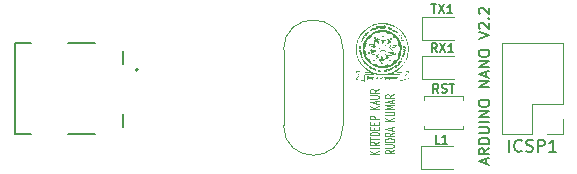
<source format=gbr>
%TF.GenerationSoftware,KiCad,Pcbnew,7.0.10*%
%TF.CreationDate,2024-02-19T12:28:25+05:30*%
%TF.ProjectId,ArduinoNano _Rudra_2021eeb1208,41726475-696e-46f4-9e61-6e6f205f5275,rev?*%
%TF.SameCoordinates,Original*%
%TF.FileFunction,Legend,Top*%
%TF.FilePolarity,Positive*%
%FSLAX46Y46*%
G04 Gerber Fmt 4.6, Leading zero omitted, Abs format (unit mm)*
G04 Created by KiCad (PCBNEW 7.0.10) date 2024-02-19 12:28:25*
%MOMM*%
%LPD*%
G01*
G04 APERTURE LIST*
%ADD10C,0.150000*%
%ADD11C,0.121000*%
%ADD12C,0.198400*%
%ADD13C,0.120000*%
%ADD14C,0.127000*%
%ADD15C,0.200000*%
G04 APERTURE END LIST*
D10*
X94411976Y-106255313D02*
X94163310Y-105900075D01*
X93985691Y-106255313D02*
X93985691Y-105509313D01*
X93985691Y-105509313D02*
X94269881Y-105509313D01*
X94269881Y-105509313D02*
X94340929Y-105544837D01*
X94340929Y-105544837D02*
X94376452Y-105580361D01*
X94376452Y-105580361D02*
X94411976Y-105651409D01*
X94411976Y-105651409D02*
X94411976Y-105757980D01*
X94411976Y-105757980D02*
X94376452Y-105829028D01*
X94376452Y-105829028D02*
X94340929Y-105864551D01*
X94340929Y-105864551D02*
X94269881Y-105900075D01*
X94269881Y-105900075D02*
X93985691Y-105900075D01*
X94696167Y-106219790D02*
X94802738Y-106255313D01*
X94802738Y-106255313D02*
X94980357Y-106255313D01*
X94980357Y-106255313D02*
X95051405Y-106219790D01*
X95051405Y-106219790D02*
X95086929Y-106184266D01*
X95086929Y-106184266D02*
X95122452Y-106113218D01*
X95122452Y-106113218D02*
X95122452Y-106042170D01*
X95122452Y-106042170D02*
X95086929Y-105971123D01*
X95086929Y-105971123D02*
X95051405Y-105935599D01*
X95051405Y-105935599D02*
X94980357Y-105900075D01*
X94980357Y-105900075D02*
X94838262Y-105864551D01*
X94838262Y-105864551D02*
X94767214Y-105829028D01*
X94767214Y-105829028D02*
X94731691Y-105793504D01*
X94731691Y-105793504D02*
X94696167Y-105722456D01*
X94696167Y-105722456D02*
X94696167Y-105651409D01*
X94696167Y-105651409D02*
X94731691Y-105580361D01*
X94731691Y-105580361D02*
X94767214Y-105544837D01*
X94767214Y-105544837D02*
X94838262Y-105509313D01*
X94838262Y-105509313D02*
X95015881Y-105509313D01*
X95015881Y-105509313D02*
X95122452Y-105544837D01*
X95335595Y-105509313D02*
X95761881Y-105509313D01*
X95548738Y-106255313D02*
X95548738Y-105509313D01*
D11*
X89381721Y-111431618D02*
X88581481Y-111431618D01*
X89381721Y-111155047D02*
X88924441Y-111362476D01*
X88581481Y-111155047D02*
X89038761Y-111431618D01*
X89381721Y-110947618D02*
X88581481Y-110947618D01*
X89381721Y-110440571D02*
X89000655Y-110601904D01*
X89381721Y-110717142D02*
X88581481Y-110717142D01*
X88581481Y-110717142D02*
X88581481Y-110532761D01*
X88581481Y-110532761D02*
X88619588Y-110486666D01*
X88619588Y-110486666D02*
X88657695Y-110463619D01*
X88657695Y-110463619D02*
X88733908Y-110440571D01*
X88733908Y-110440571D02*
X88848228Y-110440571D01*
X88848228Y-110440571D02*
X88924441Y-110463619D01*
X88924441Y-110463619D02*
X88962548Y-110486666D01*
X88962548Y-110486666D02*
X89000655Y-110532761D01*
X89000655Y-110532761D02*
X89000655Y-110717142D01*
X88581481Y-110302285D02*
X88581481Y-110025714D01*
X89381721Y-110164000D02*
X88581481Y-110164000D01*
X89381721Y-109864380D02*
X88581481Y-109864380D01*
X88581481Y-109864380D02*
X88581481Y-109749142D01*
X88581481Y-109749142D02*
X88619588Y-109679999D01*
X88619588Y-109679999D02*
X88695801Y-109633904D01*
X88695801Y-109633904D02*
X88772015Y-109610857D01*
X88772015Y-109610857D02*
X88924441Y-109587809D01*
X88924441Y-109587809D02*
X89038761Y-109587809D01*
X89038761Y-109587809D02*
X89191188Y-109610857D01*
X89191188Y-109610857D02*
X89267401Y-109633904D01*
X89267401Y-109633904D02*
X89343615Y-109679999D01*
X89343615Y-109679999D02*
X89381721Y-109749142D01*
X89381721Y-109749142D02*
X89381721Y-109864380D01*
X88962548Y-109380380D02*
X88962548Y-109219047D01*
X89381721Y-109149904D02*
X89381721Y-109380380D01*
X89381721Y-109380380D02*
X88581481Y-109380380D01*
X88581481Y-109380380D02*
X88581481Y-109149904D01*
X88962548Y-108942475D02*
X88962548Y-108781142D01*
X89381721Y-108711999D02*
X89381721Y-108942475D01*
X89381721Y-108942475D02*
X88581481Y-108942475D01*
X88581481Y-108942475D02*
X88581481Y-108711999D01*
X89381721Y-108504570D02*
X88581481Y-108504570D01*
X88581481Y-108504570D02*
X88581481Y-108320189D01*
X88581481Y-108320189D02*
X88619588Y-108274094D01*
X88619588Y-108274094D02*
X88657695Y-108251047D01*
X88657695Y-108251047D02*
X88733908Y-108227999D01*
X88733908Y-108227999D02*
X88848228Y-108227999D01*
X88848228Y-108227999D02*
X88924441Y-108251047D01*
X88924441Y-108251047D02*
X88962548Y-108274094D01*
X88962548Y-108274094D02*
X89000655Y-108320189D01*
X89000655Y-108320189D02*
X89000655Y-108504570D01*
X89381721Y-107651808D02*
X88581481Y-107651808D01*
X89381721Y-107375237D02*
X88924441Y-107582666D01*
X88581481Y-107375237D02*
X89038761Y-107651808D01*
X89153081Y-107190856D02*
X89153081Y-106960380D01*
X89381721Y-107236951D02*
X88581481Y-107075618D01*
X88581481Y-107075618D02*
X89381721Y-106914285D01*
X88581481Y-106752951D02*
X89229295Y-106752951D01*
X89229295Y-106752951D02*
X89305508Y-106729904D01*
X89305508Y-106729904D02*
X89343615Y-106706856D01*
X89343615Y-106706856D02*
X89381721Y-106660761D01*
X89381721Y-106660761D02*
X89381721Y-106568570D01*
X89381721Y-106568570D02*
X89343615Y-106522475D01*
X89343615Y-106522475D02*
X89305508Y-106499428D01*
X89305508Y-106499428D02*
X89229295Y-106476380D01*
X89229295Y-106476380D02*
X88581481Y-106476380D01*
X89381721Y-105969332D02*
X89000655Y-106130665D01*
X89381721Y-106245903D02*
X88581481Y-106245903D01*
X88581481Y-106245903D02*
X88581481Y-106061522D01*
X88581481Y-106061522D02*
X88619588Y-106015427D01*
X88619588Y-106015427D02*
X88657695Y-105992380D01*
X88657695Y-105992380D02*
X88733908Y-105969332D01*
X88733908Y-105969332D02*
X88848228Y-105969332D01*
X88848228Y-105969332D02*
X88924441Y-105992380D01*
X88924441Y-105992380D02*
X88962548Y-106015427D01*
X88962548Y-106015427D02*
X89000655Y-106061522D01*
X89000655Y-106061522D02*
X89000655Y-106245903D01*
X90670107Y-111097428D02*
X90289041Y-111258761D01*
X90670107Y-111373999D02*
X89869867Y-111373999D01*
X89869867Y-111373999D02*
X89869867Y-111189618D01*
X89869867Y-111189618D02*
X89907974Y-111143523D01*
X89907974Y-111143523D02*
X89946081Y-111120476D01*
X89946081Y-111120476D02*
X90022294Y-111097428D01*
X90022294Y-111097428D02*
X90136614Y-111097428D01*
X90136614Y-111097428D02*
X90212827Y-111120476D01*
X90212827Y-111120476D02*
X90250934Y-111143523D01*
X90250934Y-111143523D02*
X90289041Y-111189618D01*
X90289041Y-111189618D02*
X90289041Y-111373999D01*
X89869867Y-110889999D02*
X90517681Y-110889999D01*
X90517681Y-110889999D02*
X90593894Y-110866952D01*
X90593894Y-110866952D02*
X90632001Y-110843904D01*
X90632001Y-110843904D02*
X90670107Y-110797809D01*
X90670107Y-110797809D02*
X90670107Y-110705618D01*
X90670107Y-110705618D02*
X90632001Y-110659523D01*
X90632001Y-110659523D02*
X90593894Y-110636476D01*
X90593894Y-110636476D02*
X90517681Y-110613428D01*
X90517681Y-110613428D02*
X89869867Y-110613428D01*
X90670107Y-110382951D02*
X89869867Y-110382951D01*
X89869867Y-110382951D02*
X89869867Y-110267713D01*
X89869867Y-110267713D02*
X89907974Y-110198570D01*
X89907974Y-110198570D02*
X89984187Y-110152475D01*
X89984187Y-110152475D02*
X90060401Y-110129428D01*
X90060401Y-110129428D02*
X90212827Y-110106380D01*
X90212827Y-110106380D02*
X90327147Y-110106380D01*
X90327147Y-110106380D02*
X90479574Y-110129428D01*
X90479574Y-110129428D02*
X90555787Y-110152475D01*
X90555787Y-110152475D02*
X90632001Y-110198570D01*
X90632001Y-110198570D02*
X90670107Y-110267713D01*
X90670107Y-110267713D02*
X90670107Y-110382951D01*
X90670107Y-109622380D02*
X90289041Y-109783713D01*
X90670107Y-109898951D02*
X89869867Y-109898951D01*
X89869867Y-109898951D02*
X89869867Y-109714570D01*
X89869867Y-109714570D02*
X89907974Y-109668475D01*
X89907974Y-109668475D02*
X89946081Y-109645428D01*
X89946081Y-109645428D02*
X90022294Y-109622380D01*
X90022294Y-109622380D02*
X90136614Y-109622380D01*
X90136614Y-109622380D02*
X90212827Y-109645428D01*
X90212827Y-109645428D02*
X90250934Y-109668475D01*
X90250934Y-109668475D02*
X90289041Y-109714570D01*
X90289041Y-109714570D02*
X90289041Y-109898951D01*
X90441467Y-109437999D02*
X90441467Y-109207523D01*
X90670107Y-109484094D02*
X89869867Y-109322761D01*
X89869867Y-109322761D02*
X90670107Y-109161428D01*
X90670107Y-108631332D02*
X89869867Y-108631332D01*
X90670107Y-108354761D02*
X90212827Y-108562190D01*
X89869867Y-108354761D02*
X90327147Y-108631332D01*
X89869867Y-108147332D02*
X90517681Y-108147332D01*
X90517681Y-108147332D02*
X90593894Y-108124285D01*
X90593894Y-108124285D02*
X90632001Y-108101237D01*
X90632001Y-108101237D02*
X90670107Y-108055142D01*
X90670107Y-108055142D02*
X90670107Y-107962951D01*
X90670107Y-107962951D02*
X90632001Y-107916856D01*
X90632001Y-107916856D02*
X90593894Y-107893809D01*
X90593894Y-107893809D02*
X90517681Y-107870761D01*
X90517681Y-107870761D02*
X89869867Y-107870761D01*
X90670107Y-107640284D02*
X89869867Y-107640284D01*
X89869867Y-107640284D02*
X90441467Y-107478951D01*
X90441467Y-107478951D02*
X89869867Y-107317618D01*
X89869867Y-107317618D02*
X90670107Y-107317618D01*
X90441467Y-107110189D02*
X90441467Y-106879713D01*
X90670107Y-107156284D02*
X89869867Y-106994951D01*
X89869867Y-106994951D02*
X90670107Y-106833618D01*
X90670107Y-106395713D02*
X90289041Y-106557046D01*
X90670107Y-106672284D02*
X89869867Y-106672284D01*
X89869867Y-106672284D02*
X89869867Y-106487903D01*
X89869867Y-106487903D02*
X89907974Y-106441808D01*
X89907974Y-106441808D02*
X89946081Y-106418761D01*
X89946081Y-106418761D02*
X90022294Y-106395713D01*
X90022294Y-106395713D02*
X90136614Y-106395713D01*
X90136614Y-106395713D02*
X90212827Y-106418761D01*
X90212827Y-106418761D02*
X90250934Y-106441808D01*
X90250934Y-106441808D02*
X90289041Y-106487903D01*
X90289041Y-106487903D02*
X90289041Y-106672284D01*
D12*
X98445200Y-112278400D02*
X98445200Y-111854400D01*
X98699600Y-112363200D02*
X97809200Y-112066400D01*
X97809200Y-112066400D02*
X98699600Y-111769600D01*
X98699600Y-110964000D02*
X98275600Y-111260800D01*
X98699600Y-111472800D02*
X97809200Y-111472800D01*
X97809200Y-111472800D02*
X97809200Y-111133600D01*
X97809200Y-111133600D02*
X97851600Y-111048800D01*
X97851600Y-111048800D02*
X97894000Y-111006400D01*
X97894000Y-111006400D02*
X97978800Y-110964000D01*
X97978800Y-110964000D02*
X98106000Y-110964000D01*
X98106000Y-110964000D02*
X98190800Y-111006400D01*
X98190800Y-111006400D02*
X98233200Y-111048800D01*
X98233200Y-111048800D02*
X98275600Y-111133600D01*
X98275600Y-111133600D02*
X98275600Y-111472800D01*
X98699600Y-110582400D02*
X97809200Y-110582400D01*
X97809200Y-110582400D02*
X97809200Y-110370400D01*
X97809200Y-110370400D02*
X97851600Y-110243200D01*
X97851600Y-110243200D02*
X97936400Y-110158400D01*
X97936400Y-110158400D02*
X98021200Y-110116000D01*
X98021200Y-110116000D02*
X98190800Y-110073600D01*
X98190800Y-110073600D02*
X98318000Y-110073600D01*
X98318000Y-110073600D02*
X98487600Y-110116000D01*
X98487600Y-110116000D02*
X98572400Y-110158400D01*
X98572400Y-110158400D02*
X98657200Y-110243200D01*
X98657200Y-110243200D02*
X98699600Y-110370400D01*
X98699600Y-110370400D02*
X98699600Y-110582400D01*
X97809200Y-109692000D02*
X98530000Y-109692000D01*
X98530000Y-109692000D02*
X98614800Y-109649600D01*
X98614800Y-109649600D02*
X98657200Y-109607200D01*
X98657200Y-109607200D02*
X98699600Y-109522400D01*
X98699600Y-109522400D02*
X98699600Y-109352800D01*
X98699600Y-109352800D02*
X98657200Y-109268000D01*
X98657200Y-109268000D02*
X98614800Y-109225600D01*
X98614800Y-109225600D02*
X98530000Y-109183200D01*
X98530000Y-109183200D02*
X97809200Y-109183200D01*
X98699600Y-108759200D02*
X97809200Y-108759200D01*
X98699600Y-108335200D02*
X97809200Y-108335200D01*
X97809200Y-108335200D02*
X98699600Y-107826400D01*
X98699600Y-107826400D02*
X97809200Y-107826400D01*
X97809200Y-107232800D02*
X97809200Y-107063200D01*
X97809200Y-107063200D02*
X97851600Y-106978400D01*
X97851600Y-106978400D02*
X97936400Y-106893600D01*
X97936400Y-106893600D02*
X98106000Y-106851200D01*
X98106000Y-106851200D02*
X98402800Y-106851200D01*
X98402800Y-106851200D02*
X98572400Y-106893600D01*
X98572400Y-106893600D02*
X98657200Y-106978400D01*
X98657200Y-106978400D02*
X98699600Y-107063200D01*
X98699600Y-107063200D02*
X98699600Y-107232800D01*
X98699600Y-107232800D02*
X98657200Y-107317600D01*
X98657200Y-107317600D02*
X98572400Y-107402400D01*
X98572400Y-107402400D02*
X98402800Y-107444800D01*
X98402800Y-107444800D02*
X98106000Y-107444800D01*
X98106000Y-107444800D02*
X97936400Y-107402400D01*
X97936400Y-107402400D02*
X97851600Y-107317600D01*
X97851600Y-107317600D02*
X97809200Y-107232800D01*
X98699600Y-105791200D02*
X97809200Y-105791200D01*
X97809200Y-105791200D02*
X98699600Y-105282400D01*
X98699600Y-105282400D02*
X97809200Y-105282400D01*
X98445200Y-104900800D02*
X98445200Y-104476800D01*
X98699600Y-104985600D02*
X97809200Y-104688800D01*
X97809200Y-104688800D02*
X98699600Y-104392000D01*
X98699600Y-104095200D02*
X97809200Y-104095200D01*
X97809200Y-104095200D02*
X98699600Y-103586400D01*
X98699600Y-103586400D02*
X97809200Y-103586400D01*
X97809200Y-102992800D02*
X97809200Y-102823200D01*
X97809200Y-102823200D02*
X97851600Y-102738400D01*
X97851600Y-102738400D02*
X97936400Y-102653600D01*
X97936400Y-102653600D02*
X98106000Y-102611200D01*
X98106000Y-102611200D02*
X98402800Y-102611200D01*
X98402800Y-102611200D02*
X98572400Y-102653600D01*
X98572400Y-102653600D02*
X98657200Y-102738400D01*
X98657200Y-102738400D02*
X98699600Y-102823200D01*
X98699600Y-102823200D02*
X98699600Y-102992800D01*
X98699600Y-102992800D02*
X98657200Y-103077600D01*
X98657200Y-103077600D02*
X98572400Y-103162400D01*
X98572400Y-103162400D02*
X98402800Y-103204800D01*
X98402800Y-103204800D02*
X98106000Y-103204800D01*
X98106000Y-103204800D02*
X97936400Y-103162400D01*
X97936400Y-103162400D02*
X97851600Y-103077600D01*
X97851600Y-103077600D02*
X97809200Y-102992800D01*
X97809200Y-101678400D02*
X98699600Y-101381600D01*
X98699600Y-101381600D02*
X97809200Y-101084800D01*
X97894000Y-100830400D02*
X97851600Y-100788000D01*
X97851600Y-100788000D02*
X97809200Y-100703200D01*
X97809200Y-100703200D02*
X97809200Y-100491200D01*
X97809200Y-100491200D02*
X97851600Y-100406400D01*
X97851600Y-100406400D02*
X97894000Y-100364000D01*
X97894000Y-100364000D02*
X97978800Y-100321600D01*
X97978800Y-100321600D02*
X98063600Y-100321600D01*
X98063600Y-100321600D02*
X98190800Y-100364000D01*
X98190800Y-100364000D02*
X98699600Y-100872800D01*
X98699600Y-100872800D02*
X98699600Y-100321600D01*
X98614800Y-99940000D02*
X98657200Y-99897600D01*
X98657200Y-99897600D02*
X98699600Y-99940000D01*
X98699600Y-99940000D02*
X98657200Y-99982400D01*
X98657200Y-99982400D02*
X98614800Y-99940000D01*
X98614800Y-99940000D02*
X98699600Y-99940000D01*
X97894000Y-99558400D02*
X97851600Y-99516000D01*
X97851600Y-99516000D02*
X97809200Y-99431200D01*
X97809200Y-99431200D02*
X97809200Y-99219200D01*
X97809200Y-99219200D02*
X97851600Y-99134400D01*
X97851600Y-99134400D02*
X97894000Y-99092000D01*
X97894000Y-99092000D02*
X97978800Y-99049600D01*
X97978800Y-99049600D02*
X98063600Y-99049600D01*
X98063600Y-99049600D02*
X98190800Y-99092000D01*
X98190800Y-99092000D02*
X98699600Y-99600800D01*
X98699600Y-99600800D02*
X98699600Y-99049600D01*
D10*
X100409619Y-111242819D02*
X100409619Y-110242819D01*
X101457237Y-111147580D02*
X101409618Y-111195200D01*
X101409618Y-111195200D02*
X101266761Y-111242819D01*
X101266761Y-111242819D02*
X101171523Y-111242819D01*
X101171523Y-111242819D02*
X101028666Y-111195200D01*
X101028666Y-111195200D02*
X100933428Y-111099961D01*
X100933428Y-111099961D02*
X100885809Y-111004723D01*
X100885809Y-111004723D02*
X100838190Y-110814247D01*
X100838190Y-110814247D02*
X100838190Y-110671390D01*
X100838190Y-110671390D02*
X100885809Y-110480914D01*
X100885809Y-110480914D02*
X100933428Y-110385676D01*
X100933428Y-110385676D02*
X101028666Y-110290438D01*
X101028666Y-110290438D02*
X101171523Y-110242819D01*
X101171523Y-110242819D02*
X101266761Y-110242819D01*
X101266761Y-110242819D02*
X101409618Y-110290438D01*
X101409618Y-110290438D02*
X101457237Y-110338057D01*
X101838190Y-111195200D02*
X101981047Y-111242819D01*
X101981047Y-111242819D02*
X102219142Y-111242819D01*
X102219142Y-111242819D02*
X102314380Y-111195200D01*
X102314380Y-111195200D02*
X102361999Y-111147580D01*
X102361999Y-111147580D02*
X102409618Y-111052342D01*
X102409618Y-111052342D02*
X102409618Y-110957104D01*
X102409618Y-110957104D02*
X102361999Y-110861866D01*
X102361999Y-110861866D02*
X102314380Y-110814247D01*
X102314380Y-110814247D02*
X102219142Y-110766628D01*
X102219142Y-110766628D02*
X102028666Y-110719009D01*
X102028666Y-110719009D02*
X101933428Y-110671390D01*
X101933428Y-110671390D02*
X101885809Y-110623771D01*
X101885809Y-110623771D02*
X101838190Y-110528533D01*
X101838190Y-110528533D02*
X101838190Y-110433295D01*
X101838190Y-110433295D02*
X101885809Y-110338057D01*
X101885809Y-110338057D02*
X101933428Y-110290438D01*
X101933428Y-110290438D02*
X102028666Y-110242819D01*
X102028666Y-110242819D02*
X102266761Y-110242819D01*
X102266761Y-110242819D02*
X102409618Y-110290438D01*
X102838190Y-111242819D02*
X102838190Y-110242819D01*
X102838190Y-110242819D02*
X103219142Y-110242819D01*
X103219142Y-110242819D02*
X103314380Y-110290438D01*
X103314380Y-110290438D02*
X103361999Y-110338057D01*
X103361999Y-110338057D02*
X103409618Y-110433295D01*
X103409618Y-110433295D02*
X103409618Y-110576152D01*
X103409618Y-110576152D02*
X103361999Y-110671390D01*
X103361999Y-110671390D02*
X103314380Y-110719009D01*
X103314380Y-110719009D02*
X103219142Y-110766628D01*
X103219142Y-110766628D02*
X102838190Y-110766628D01*
X104361999Y-111242819D02*
X103790571Y-111242819D01*
X104076285Y-111242819D02*
X104076285Y-110242819D01*
X104076285Y-110242819D02*
X103981047Y-110385676D01*
X103981047Y-110385676D02*
X103885809Y-110480914D01*
X103885809Y-110480914D02*
X103790571Y-110528533D01*
X94520667Y-110573313D02*
X94165429Y-110573313D01*
X94165429Y-110573313D02*
X94165429Y-109827313D01*
X95160095Y-110573313D02*
X94733810Y-110573313D01*
X94946953Y-110573313D02*
X94946953Y-109827313D01*
X94946953Y-109827313D02*
X94875905Y-109933885D01*
X94875905Y-109933885D02*
X94804857Y-110004932D01*
X94804857Y-110004932D02*
X94733810Y-110040456D01*
X94262428Y-102827313D02*
X94013762Y-102472075D01*
X93836143Y-102827313D02*
X93836143Y-102081313D01*
X93836143Y-102081313D02*
X94120333Y-102081313D01*
X94120333Y-102081313D02*
X94191381Y-102116837D01*
X94191381Y-102116837D02*
X94226904Y-102152361D01*
X94226904Y-102152361D02*
X94262428Y-102223409D01*
X94262428Y-102223409D02*
X94262428Y-102329980D01*
X94262428Y-102329980D02*
X94226904Y-102401028D01*
X94226904Y-102401028D02*
X94191381Y-102436551D01*
X94191381Y-102436551D02*
X94120333Y-102472075D01*
X94120333Y-102472075D02*
X93836143Y-102472075D01*
X94511095Y-102081313D02*
X95008428Y-102827313D01*
X95008428Y-102081313D02*
X94511095Y-102827313D01*
X95683380Y-102827313D02*
X95257095Y-102827313D01*
X95470238Y-102827313D02*
X95470238Y-102081313D01*
X95470238Y-102081313D02*
X95399190Y-102187885D01*
X95399190Y-102187885D02*
X95328142Y-102258932D01*
X95328142Y-102258932D02*
X95257095Y-102294456D01*
X93818381Y-98779313D02*
X94244667Y-98779313D01*
X94031524Y-99525313D02*
X94031524Y-98779313D01*
X94422286Y-98779313D02*
X94919619Y-99525313D01*
X94919619Y-98779313D02*
X94422286Y-99525313D01*
X95594571Y-99525313D02*
X95168286Y-99525313D01*
X95381429Y-99525313D02*
X95381429Y-98779313D01*
X95381429Y-98779313D02*
X95310381Y-98885885D01*
X95310381Y-98885885D02*
X95239333Y-98956932D01*
X95239333Y-98956932D02*
X95168286Y-98992456D01*
D13*
%TO.C,RST1*%
X93170500Y-106550000D02*
X96470500Y-106550000D01*
X93170500Y-106850000D02*
X93170500Y-106550000D01*
X93170500Y-109050000D02*
X93170500Y-109350000D01*
X93170500Y-109350000D02*
X96470500Y-109350000D01*
X96470500Y-106550000D02*
X96470500Y-106850000D01*
X96470500Y-109350000D02*
X96470500Y-109050000D01*
%TO.C,ICSP1*%
X104962000Y-109788000D02*
X103632000Y-109788000D01*
X104962000Y-108458000D02*
X104962000Y-109788000D01*
X104962000Y-107188000D02*
X104962000Y-102048000D01*
X104962000Y-107188000D02*
X102362000Y-107188000D01*
X104962000Y-102048000D02*
X99762000Y-102048000D01*
X102362000Y-109788000D02*
X99762000Y-109788000D01*
X102362000Y-107188000D02*
X102362000Y-109788000D01*
X99762000Y-109788000D02*
X99762000Y-102048000D01*
%TO.C,L1*%
X92960000Y-110800000D02*
X92960000Y-112720000D01*
X92960000Y-112720000D02*
X95645000Y-112720000D01*
X95645000Y-110800000D02*
X92960000Y-110800000D01*
%TO.C,RX1*%
X93057000Y-103180000D02*
X93057000Y-105100000D01*
X93057000Y-105100000D02*
X95742000Y-105100000D01*
X95742000Y-103180000D02*
X93057000Y-103180000D01*
D14*
%TO.C,J7*%
X63038000Y-102068000D02*
X65348000Y-102068000D01*
X59898000Y-102068000D02*
X58518000Y-102068000D01*
X58518000Y-102068000D02*
X58518000Y-109768000D01*
X67718000Y-102708000D02*
X67718000Y-103818000D01*
X67718000Y-108018000D02*
X67718000Y-109128000D01*
X63038000Y-109768000D02*
X65348000Y-109768000D01*
X58518000Y-109768000D02*
X59898000Y-109768000D01*
D15*
X68968000Y-104318000D02*
G75*
G03*
X68768000Y-104318000I-100000J0D01*
G01*
X68768000Y-104318000D02*
G75*
G03*
X68968000Y-104318000I100000J0D01*
G01*
D13*
%TO.C,TX1*%
X93057000Y-99878000D02*
X93057000Y-101798000D01*
X93057000Y-101798000D02*
X95742000Y-101798000D01*
X95742000Y-99878000D02*
X93057000Y-99878000D01*
%TO.C,Y1*%
X81295000Y-109018000D02*
X81295000Y-102618000D01*
X86345000Y-109018000D02*
X86345000Y-102618000D01*
X81295000Y-109018000D02*
G75*
G03*
X86345000Y-109018000I2525000J0D01*
G01*
X86345000Y-102618000D02*
G75*
G03*
X81295000Y-102618000I-2525000J0D01*
G01*
%TO.C,G\u002A\u002A\u002A*%
G36*
X88788516Y-101042579D02*
G01*
X88777023Y-101054072D01*
X88765530Y-101042579D01*
X88777023Y-101031086D01*
X88788516Y-101042579D01*
G37*
G36*
X90006797Y-102605656D02*
G01*
X89995303Y-102617149D01*
X89983810Y-102605656D01*
X89995303Y-102594162D01*
X90006797Y-102605656D01*
G37*
G36*
X89723297Y-102532865D02*
G01*
X89720142Y-102546531D01*
X89707973Y-102548190D01*
X89689053Y-102539779D01*
X89692649Y-102532865D01*
X89719928Y-102530114D01*
X89723297Y-102532865D01*
G37*
G36*
X89953162Y-102555852D02*
G01*
X89955913Y-102583131D01*
X89953162Y-102586500D01*
X89939496Y-102583345D01*
X89937837Y-102571176D01*
X89946248Y-102552256D01*
X89953162Y-102555852D01*
G37*
G36*
X90389904Y-100693951D02*
G01*
X90386748Y-100707617D01*
X90374579Y-100709276D01*
X90355659Y-100700865D01*
X90359255Y-100693951D01*
X90386535Y-100691200D01*
X90389904Y-100693951D01*
G37*
G36*
X91217415Y-101843273D02*
G01*
X91220166Y-101870552D01*
X91217415Y-101873921D01*
X91203750Y-101870766D01*
X91202091Y-101858597D01*
X91210501Y-101839676D01*
X91217415Y-101843273D01*
G37*
G36*
X91286374Y-101751327D02*
G01*
X91289125Y-101778606D01*
X91286374Y-101781975D01*
X91272709Y-101778820D01*
X91271050Y-101766651D01*
X91279460Y-101747731D01*
X91286374Y-101751327D01*
G37*
G36*
X88815190Y-104862747D02*
G01*
X88834489Y-104881312D01*
X88854771Y-104910502D01*
X88841415Y-104908536D01*
X88801362Y-104880581D01*
X88776445Y-104855635D01*
X88781308Y-104846832D01*
X88815190Y-104862747D01*
G37*
G36*
X89490908Y-102540559D02*
G01*
X89486879Y-102558489D01*
X89468330Y-102590844D01*
X89456336Y-102585424D01*
X89455122Y-102572533D01*
X89471817Y-102541363D01*
X89477845Y-102536859D01*
X89490908Y-102540559D01*
G37*
G36*
X89934286Y-102235678D02*
G01*
X89958769Y-102257046D01*
X89960824Y-102262216D01*
X89949915Y-102271664D01*
X89927203Y-102250494D01*
X89924149Y-102245814D01*
X89921440Y-102230085D01*
X89934286Y-102235678D01*
G37*
G36*
X88557984Y-104956270D02*
G01*
X88558652Y-104961764D01*
X88541160Y-104984083D01*
X88535665Y-104984751D01*
X88513347Y-104967259D01*
X88512679Y-104961764D01*
X88530171Y-104939446D01*
X88535665Y-104938778D01*
X88557984Y-104956270D01*
G37*
G36*
X89225140Y-104881977D02*
G01*
X89236751Y-104892805D01*
X89245759Y-104910603D01*
X89232578Y-104910050D01*
X89190778Y-104892805D01*
X89161897Y-104877620D01*
X89174884Y-104871940D01*
X89183675Y-104871434D01*
X89225140Y-104881977D01*
G37*
G36*
X89493883Y-102241228D02*
G01*
X89489602Y-102249366D01*
X89467944Y-102271318D01*
X89463902Y-102272352D01*
X89462334Y-102257504D01*
X89466616Y-102249366D01*
X89488274Y-102227414D01*
X89492315Y-102226380D01*
X89493883Y-102241228D01*
G37*
G36*
X89730024Y-105116369D02*
G01*
X89730959Y-105122669D01*
X89723117Y-105145058D01*
X89720823Y-105145656D01*
X89701198Y-105129548D01*
X89696480Y-105122669D01*
X89698302Y-105101488D01*
X89706616Y-105099683D01*
X89730024Y-105116369D01*
G37*
G36*
X89730696Y-105025522D02*
G01*
X89730959Y-105030724D01*
X89713289Y-105052827D01*
X89706616Y-105053710D01*
X89692888Y-105039628D01*
X89696480Y-105030724D01*
X89717136Y-105008795D01*
X89720823Y-105007737D01*
X89730696Y-105025522D01*
G37*
G36*
X91301715Y-101328393D02*
G01*
X91312177Y-101370420D01*
X91301715Y-101402946D01*
X91286175Y-101433573D01*
X91279872Y-101426253D01*
X91278712Y-101379944D01*
X91283975Y-101330916D01*
X91299777Y-101326593D01*
X91301715Y-101328393D01*
G37*
G36*
X90062719Y-102405030D02*
G01*
X90048587Y-102444751D01*
X90022545Y-102485720D01*
X89997557Y-102503574D01*
X89984696Y-102491357D01*
X89984541Y-102484977D01*
X89998245Y-102453184D01*
X90026912Y-102414420D01*
X90054604Y-102389168D01*
X90060557Y-102387285D01*
X90062719Y-102405030D01*
G37*
G36*
X87825802Y-102305618D02*
G01*
X87869948Y-102320242D01*
X87886437Y-102335565D01*
X87875110Y-102355800D01*
X87830067Y-102361494D01*
X87761513Y-102351695D01*
X87748380Y-102348453D01*
X87714281Y-102328852D01*
X87708154Y-102315252D01*
X87727146Y-102301100D01*
X87772281Y-102298563D01*
X87825802Y-102305618D01*
G37*
G36*
X89384178Y-102405916D02*
G01*
X89394990Y-102427511D01*
X89414586Y-102478177D01*
X89422573Y-102496470D01*
X89422821Y-102522147D01*
X89414755Y-102525203D01*
X89390799Y-102506593D01*
X89366866Y-102466656D01*
X89345101Y-102414783D01*
X89343333Y-102392205D01*
X89360496Y-102387285D01*
X89384178Y-102405916D01*
G37*
G36*
X90453031Y-101596666D02*
G01*
X90481610Y-101626174D01*
X90485002Y-101683386D01*
X90472182Y-101736011D01*
X90439118Y-101758338D01*
X90416352Y-101762282D01*
X90357826Y-101753811D01*
X90330235Y-101723721D01*
X90317417Y-101662876D01*
X90340570Y-101614692D01*
X90389756Y-101589456D01*
X90453031Y-101596666D01*
G37*
G36*
X87907389Y-102808722D02*
G01*
X87908996Y-102836160D01*
X87904484Y-102845484D01*
X87875781Y-102860460D01*
X87824195Y-102868357D01*
X87767373Y-102868856D01*
X87722963Y-102861636D01*
X87708154Y-102849034D01*
X87728099Y-102833564D01*
X87776011Y-102818374D01*
X87834006Y-102807081D01*
X87884200Y-102803303D01*
X87907389Y-102808722D01*
G37*
G36*
X88098934Y-103363408D02*
G01*
X88089088Y-103389432D01*
X88050229Y-103421701D01*
X88031105Y-103432577D01*
X87959897Y-103462799D01*
X87922078Y-103462344D01*
X87915032Y-103445250D01*
X87933609Y-103421325D01*
X87977693Y-103391192D01*
X88029815Y-103364972D01*
X88072505Y-103352781D01*
X88074795Y-103352714D01*
X88098934Y-103363408D01*
G37*
G36*
X88565528Y-102788778D02*
G01*
X88612128Y-102821078D01*
X88627611Y-102868217D01*
X88608937Y-102924871D01*
X88560351Y-102955216D01*
X88493006Y-102953608D01*
X88472453Y-102946722D01*
X88451715Y-102917734D01*
X88443720Y-102868522D01*
X88453629Y-102815900D01*
X88490951Y-102790375D01*
X88501484Y-102787418D01*
X88565528Y-102788778D01*
G37*
G36*
X89671388Y-103656512D02*
G01*
X89694871Y-103712155D01*
X89696480Y-103734496D01*
X89688549Y-103784142D01*
X89656466Y-103804683D01*
X89637046Y-103807859D01*
X89581349Y-103800796D01*
X89548949Y-103780230D01*
X89527732Y-103724179D01*
X89546859Y-103668706D01*
X89575801Y-103642626D01*
X89628156Y-103630639D01*
X89671388Y-103656512D01*
G37*
G36*
X89087340Y-101513800D02*
G01*
X89124467Y-101555390D01*
X89131119Y-101610871D01*
X89107106Y-101660287D01*
X89088851Y-101673897D01*
X89049739Y-101693109D01*
X89023864Y-101691628D01*
X88989647Y-101672864D01*
X88952665Y-101631858D01*
X88949432Y-101582538D01*
X88972513Y-101537015D01*
X89014470Y-101507397D01*
X89067866Y-101505794D01*
X89087340Y-101513800D01*
G37*
G36*
X90804376Y-102914523D02*
G01*
X90839745Y-102952481D01*
X90851114Y-103001487D01*
X90833392Y-103043501D01*
X90790705Y-103069046D01*
X90734841Y-103076774D01*
X90690915Y-103063552D01*
X90688727Y-103061553D01*
X90673743Y-103019609D01*
X90679954Y-102963773D01*
X90704225Y-102919159D01*
X90706779Y-102916888D01*
X90756292Y-102898896D01*
X90804376Y-102914523D01*
G37*
G36*
X90877993Y-103870982D02*
G01*
X90902232Y-103891904D01*
X90945494Y-103929193D01*
X90971992Y-103935832D01*
X90994261Y-103917029D01*
X91027580Y-103894117D01*
X91045519Y-103895574D01*
X91044998Y-103917497D01*
X91022364Y-103955237D01*
X90989422Y-103993575D01*
X90957976Y-104017291D01*
X90949534Y-104019321D01*
X90925821Y-104004226D01*
X90884668Y-103966581D01*
X90870577Y-103952229D01*
X90829897Y-103898578D01*
X90820118Y-103862304D01*
X90837422Y-103850680D01*
X90877993Y-103870982D01*
G37*
G36*
X91289060Y-103324862D02*
G01*
X91325628Y-103362531D01*
X91362146Y-103408290D01*
X91388247Y-103449020D01*
X91393564Y-103471601D01*
X91392429Y-103472416D01*
X91360542Y-103474436D01*
X91301000Y-103469804D01*
X91271050Y-103465964D01*
X91212083Y-103455896D01*
X91194153Y-103446925D01*
X91212503Y-103436106D01*
X91219110Y-103433796D01*
X91256431Y-103409996D01*
X91258044Y-103366600D01*
X91256844Y-103361584D01*
X91253234Y-103321033D01*
X91262811Y-103308401D01*
X91289060Y-103324862D01*
G37*
G36*
X89639570Y-104302722D02*
G01*
X89660834Y-104319286D01*
X89644882Y-104335658D01*
X89598787Y-104342588D01*
X89535575Y-104344045D01*
X89593041Y-104369561D01*
X89632399Y-104388425D01*
X89631183Y-104397494D01*
X89598787Y-104404182D01*
X89558359Y-104423733D01*
X89547068Y-104446168D01*
X89530666Y-104475658D01*
X89517728Y-104479049D01*
X89498621Y-104461254D01*
X89495708Y-104405098D01*
X89497156Y-104387104D01*
X89505686Y-104328182D01*
X89524380Y-104301984D01*
X89565694Y-104295320D01*
X89583962Y-104295158D01*
X89639570Y-104302722D01*
G37*
G36*
X89448153Y-104303062D02*
G01*
X89472903Y-104355334D01*
X89460118Y-104419798D01*
X89419030Y-104468151D01*
X89360501Y-104474525D01*
X89311457Y-104454222D01*
X89274765Y-104412326D01*
X89272623Y-104378411D01*
X89324674Y-104378411D01*
X89330729Y-104413378D01*
X89358585Y-104429482D01*
X89388044Y-104410597D01*
X89405002Y-104368063D01*
X89398766Y-104326768D01*
X89378728Y-104318144D01*
X89343268Y-104337100D01*
X89324674Y-104378411D01*
X89272623Y-104378411D01*
X89271475Y-104360230D01*
X89295691Y-104311596D01*
X89341518Y-104280085D01*
X89388297Y-104276154D01*
X89448153Y-104303062D01*
G37*
G36*
X90836962Y-103944292D02*
G01*
X90872484Y-103988873D01*
X90880281Y-104030814D01*
X90863348Y-104094225D01*
X90820739Y-104127618D01*
X90764738Y-104126905D01*
X90707798Y-104088187D01*
X90679946Y-104044672D01*
X90682658Y-104025052D01*
X90740398Y-104025052D01*
X90751356Y-104065181D01*
X90758165Y-104073435D01*
X90790755Y-104083379D01*
X90816754Y-104058755D01*
X90822815Y-104029213D01*
X90804805Y-103989328D01*
X90782588Y-103977724D01*
X90752500Y-103989270D01*
X90740398Y-104025052D01*
X90682658Y-104025052D01*
X90686311Y-103998630D01*
X90692249Y-103984748D01*
X90732547Y-103938726D01*
X90785551Y-103926408D01*
X90836962Y-103944292D01*
G37*
G36*
X87861281Y-102395320D02*
G01*
X87891921Y-102417974D01*
X87879396Y-102453071D01*
X87840326Y-102486714D01*
X87788606Y-102522792D01*
X87840326Y-102523997D01*
X87885848Y-102530899D01*
X87893488Y-102544654D01*
X87869568Y-102559496D01*
X87820411Y-102569655D01*
X87788606Y-102571176D01*
X87719260Y-102566254D01*
X87688327Y-102550077D01*
X87685168Y-102538245D01*
X87704311Y-102505470D01*
X87731140Y-102490724D01*
X87768289Y-102470087D01*
X87777113Y-102454695D01*
X87757847Y-102437273D01*
X87731140Y-102433257D01*
X87693788Y-102423631D01*
X87685168Y-102410271D01*
X87705713Y-102396562D01*
X87757694Y-102388339D01*
X87788606Y-102387285D01*
X87861281Y-102395320D01*
G37*
G36*
X90645507Y-104037773D02*
G01*
X90673424Y-104081786D01*
X90698806Y-104134346D01*
X90713147Y-104178439D01*
X90711673Y-104195590D01*
X90682123Y-104198189D01*
X90638666Y-104184291D01*
X90598128Y-104168907D01*
X90588273Y-104181640D01*
X90595087Y-104215037D01*
X90599241Y-104260434D01*
X90583131Y-104269482D01*
X90552209Y-104243938D01*
X90513834Y-104188822D01*
X90482064Y-104125409D01*
X90482286Y-104093678D01*
X90515947Y-104090954D01*
X90559348Y-104104561D01*
X90606980Y-104115147D01*
X90628977Y-104107002D01*
X90616770Y-104085491D01*
X90604069Y-104076555D01*
X90592156Y-104049788D01*
X90608363Y-104023635D01*
X90623559Y-104019321D01*
X90645507Y-104037773D01*
G37*
G36*
X87873396Y-102599381D02*
G01*
X87888622Y-102624754D01*
X87887952Y-102677100D01*
X87887686Y-102680362D01*
X87879228Y-102737328D01*
X87857083Y-102763159D01*
X87806856Y-102772686D01*
X87797278Y-102773520D01*
X87733468Y-102771376D01*
X87702325Y-102748911D01*
X87699586Y-102742907D01*
X87689702Y-102697481D01*
X87732935Y-102697481D01*
X87747259Y-102717551D01*
X87784871Y-102728518D01*
X87825504Y-102712368D01*
X87840337Y-102691855D01*
X87829119Y-102669397D01*
X87790522Y-102663122D01*
X87741820Y-102672406D01*
X87732935Y-102697481D01*
X87689702Y-102697481D01*
X87684415Y-102673185D01*
X87705166Y-102629633D01*
X87757000Y-102608529D01*
X87832710Y-102595725D01*
X87873396Y-102599381D01*
G37*
G36*
X87970766Y-103086961D02*
G01*
X87969529Y-103124884D01*
X87944706Y-103168708D01*
X87921895Y-103204531D01*
X87929259Y-103212230D01*
X87955999Y-103204891D01*
X88002373Y-103198790D01*
X88016081Y-103214112D01*
X87998333Y-103241205D01*
X87950341Y-103270416D01*
X87947631Y-103271566D01*
X87888616Y-103295815D01*
X87858733Y-103304341D01*
X87844503Y-103298683D01*
X87834981Y-103284404D01*
X87836264Y-103250972D01*
X87857245Y-103207018D01*
X87880033Y-103168457D01*
X87871806Y-103157696D01*
X87835214Y-103163076D01*
X87788712Y-103165358D01*
X87779294Y-103151060D01*
X87804076Y-103126317D01*
X87860174Y-103097266D01*
X87867538Y-103094304D01*
X87936103Y-103076125D01*
X87970766Y-103086961D01*
G37*
G36*
X87856545Y-102919179D02*
G01*
X87901659Y-102929925D01*
X87934759Y-102957701D01*
X87925781Y-102996405D01*
X87876098Y-103041951D01*
X87860599Y-103052016D01*
X87799749Y-103087379D01*
X87769484Y-103095157D01*
X87762391Y-103073639D01*
X87769068Y-103030905D01*
X87771779Y-102984932D01*
X87823086Y-102984932D01*
X87840578Y-103007250D01*
X87846073Y-103007918D01*
X87868391Y-102990426D01*
X87869059Y-102984932D01*
X87851567Y-102962613D01*
X87846073Y-102961945D01*
X87823754Y-102979437D01*
X87823086Y-102984932D01*
X87771779Y-102984932D01*
X87772174Y-102978230D01*
X87757000Y-102961945D01*
X87732417Y-102946077D01*
X87731140Y-102938959D01*
X87750891Y-102923397D01*
X87798509Y-102916496D01*
X87856545Y-102919179D01*
G37*
G36*
X88129624Y-103470182D02*
G01*
X88112218Y-103541018D01*
X88109587Y-103548099D01*
X88100959Y-103578656D01*
X88115644Y-103572074D01*
X88123124Y-103565339D01*
X88163962Y-103541262D01*
X88200076Y-103539201D01*
X88213855Y-103557718D01*
X88196304Y-103580297D01*
X88154216Y-103613910D01*
X88103441Y-103647625D01*
X88059828Y-103670512D01*
X88044491Y-103674524D01*
X88031735Y-103655704D01*
X88029964Y-103638534D01*
X88040473Y-103589495D01*
X88054690Y-103556341D01*
X88068799Y-103524543D01*
X88053833Y-103524509D01*
X88029735Y-103536728D01*
X87982199Y-103553971D01*
X87965848Y-103543334D01*
X87982024Y-103511903D01*
X88018471Y-103477201D01*
X88081096Y-103436987D01*
X88118699Y-103435077D01*
X88129624Y-103470182D01*
G37*
G36*
X89667212Y-105047963D02*
G01*
X89659219Y-105120105D01*
X89651898Y-105155225D01*
X89642407Y-105162139D01*
X89632788Y-105154754D01*
X89618357Y-105119547D01*
X89616027Y-105095852D01*
X89600534Y-105062147D01*
X89568753Y-105054837D01*
X89542732Y-105078407D01*
X89541880Y-105080766D01*
X89518802Y-105095606D01*
X89505485Y-105090903D01*
X89478761Y-105061929D01*
X89493641Y-105039764D01*
X89545759Y-105030727D01*
X89547068Y-105030724D01*
X89600969Y-105024564D01*
X89614499Y-105010091D01*
X89590969Y-104993315D01*
X89533694Y-104980248D01*
X89518335Y-104978595D01*
X89468293Y-104973579D01*
X89457839Y-104970332D01*
X89489230Y-104967884D01*
X89548199Y-104965780D01*
X89675755Y-104961764D01*
X89667212Y-105047963D01*
G37*
G36*
X91616897Y-102295696D02*
G01*
X91606282Y-102328723D01*
X91577804Y-102368235D01*
X91553397Y-102399336D01*
X91565029Y-102409430D01*
X91591213Y-102410271D01*
X91631781Y-102417391D01*
X91636083Y-102434239D01*
X91610766Y-102454044D01*
X91562476Y-102470037D01*
X91527861Y-102474805D01*
X91467418Y-102477395D01*
X91439877Y-102466596D01*
X91432300Y-102432514D01*
X91431978Y-102403571D01*
X91464293Y-102403571D01*
X91467416Y-102411859D01*
X91489606Y-102432242D01*
X91500465Y-102409027D01*
X91500914Y-102397421D01*
X91489605Y-102373746D01*
X91477553Y-102376023D01*
X91464293Y-102403571D01*
X91431978Y-102403571D01*
X91431955Y-102401456D01*
X91441025Y-102335467D01*
X91464838Y-102302278D01*
X91498299Y-102307716D01*
X91507200Y-102315417D01*
X91538407Y-102325870D01*
X91574157Y-102302956D01*
X91606001Y-102283754D01*
X91616897Y-102295696D01*
G37*
G36*
X89519054Y-102621453D02*
G01*
X89535575Y-102628248D01*
X89611286Y-102649276D01*
X89699264Y-102657914D01*
X89779298Y-102653306D01*
X89822424Y-102640393D01*
X89864375Y-102626448D01*
X89890194Y-102630706D01*
X89888252Y-102648225D01*
X89871744Y-102661351D01*
X89863148Y-102679053D01*
X89896462Y-102698889D01*
X89912636Y-102704878D01*
X89962237Y-102729227D01*
X89979829Y-102766480D01*
X89980366Y-102805591D01*
X89977447Y-102851819D01*
X89973597Y-102854332D01*
X89967510Y-102819976D01*
X89952259Y-102777783D01*
X89914262Y-102747435D01*
X89851927Y-102722284D01*
X89761017Y-102695493D01*
X89689335Y-102688145D01*
X89614802Y-102699499D01*
X89566975Y-102712733D01*
X89506637Y-102737151D01*
X89481198Y-102768109D01*
X89478109Y-102791829D01*
X89469071Y-102839050D01*
X89455122Y-102858506D01*
X89439351Y-102848944D01*
X89432260Y-102802536D01*
X89432136Y-102793396D01*
X89438261Y-102736663D01*
X89463499Y-102708740D01*
X89491631Y-102699146D01*
X89531745Y-102684577D01*
X89532927Y-102663743D01*
X89520364Y-102646378D01*
X89502200Y-102619977D01*
X89519054Y-102621453D01*
G37*
G36*
X90098742Y-104269298D02*
G01*
X90079518Y-104290297D01*
X90052769Y-104295158D01*
X90015428Y-104305425D01*
X90006797Y-104319693D01*
X90024692Y-104333770D01*
X90052769Y-104329638D01*
X90089788Y-104327439D01*
X90098742Y-104339582D01*
X90079505Y-104359511D01*
X90052769Y-104364117D01*
X90015417Y-104373743D01*
X90006797Y-104387104D01*
X90026468Y-104404383D01*
X90064263Y-104410090D01*
X90111440Y-104416992D01*
X90118949Y-104432797D01*
X90090124Y-104450149D01*
X90041448Y-104460405D01*
X89986881Y-104462925D01*
X89961015Y-104445384D01*
X89947364Y-104396190D01*
X89946944Y-104393961D01*
X89925967Y-104335180D01*
X89899466Y-104317931D01*
X89877209Y-104341635D01*
X89868878Y-104398597D01*
X89861401Y-104458101D01*
X89837539Y-104478904D01*
X89834398Y-104479049D01*
X89807025Y-104458490D01*
X89799919Y-104410090D01*
X89789639Y-104355343D01*
X89765439Y-104341131D01*
X89734827Y-104330293D01*
X89730959Y-104321106D01*
X89751596Y-104307096D01*
X89804516Y-104292812D01*
X89849115Y-104285407D01*
X89932329Y-104273495D01*
X90007479Y-104261315D01*
X90033006Y-104256586D01*
X90083391Y-104254234D01*
X90098742Y-104269298D01*
G37*
G36*
X89306677Y-104960860D02*
G01*
X89326882Y-104978448D01*
X89319722Y-104993305D01*
X89301002Y-105033755D01*
X89288202Y-105088190D01*
X89281709Y-105125646D01*
X89277845Y-105122485D01*
X89275059Y-105076204D01*
X89274675Y-105066352D01*
X89266458Y-105010801D01*
X89251033Y-104997590D01*
X89233430Y-105024747D01*
X89218978Y-105088190D01*
X89211393Y-105127891D01*
X89206028Y-105132498D01*
X89205716Y-105130568D01*
X89184694Y-105113428D01*
X89160440Y-105114926D01*
X89112602Y-105108075D01*
X89088666Y-105089788D01*
X89081636Y-105076696D01*
X89110326Y-105076696D01*
X89115899Y-105096958D01*
X89142110Y-105094330D01*
X89165912Y-105085730D01*
X89191925Y-105059997D01*
X89202152Y-105021661D01*
X89193906Y-104991012D01*
X89179285Y-104984751D01*
X89158892Y-105003369D01*
X89156299Y-105019230D01*
X89143887Y-105049820D01*
X89133312Y-105053710D01*
X89110994Y-105071202D01*
X89110326Y-105076696D01*
X89081636Y-105076696D01*
X89072615Y-105059895D01*
X89084525Y-105053710D01*
X89108218Y-105039318D01*
X89106792Y-105009668D01*
X89084279Y-104985049D01*
X89070100Y-104981139D01*
X89067098Y-104976834D01*
X89101886Y-104969560D01*
X89144806Y-104963656D01*
X89245296Y-104955812D01*
X89306677Y-104960860D01*
G37*
G36*
X90441515Y-104133742D02*
G01*
X90473469Y-104174550D01*
X90488459Y-104201149D01*
X90511234Y-104261101D01*
X90513553Y-104302358D01*
X90498458Y-104317063D01*
X90468990Y-104297357D01*
X90456990Y-104282455D01*
X90421419Y-104255862D01*
X90394274Y-104267602D01*
X90389150Y-104310329D01*
X90390911Y-104318167D01*
X90391154Y-104355808D01*
X90371216Y-104361767D01*
X90342508Y-104337765D01*
X90325155Y-104308256D01*
X90289663Y-104269561D01*
X90240808Y-104255360D01*
X90195742Y-104266413D01*
X90171973Y-104301446D01*
X90181701Y-104339546D01*
X90214683Y-104358823D01*
X90250819Y-104350680D01*
X90260717Y-104339399D01*
X90285330Y-104320237D01*
X90301602Y-104335680D01*
X90297737Y-104374492D01*
X90297688Y-104374619D01*
X90267889Y-104398272D01*
X90215383Y-104410082D01*
X90162541Y-104407243D01*
X90137053Y-104394766D01*
X90125769Y-104362567D01*
X90121729Y-104315122D01*
X90139358Y-104256889D01*
X90182425Y-104217227D01*
X90236201Y-104208163D01*
X90248465Y-104211644D01*
X90281333Y-104207280D01*
X90288904Y-104196174D01*
X90305503Y-104181602D01*
X90335355Y-104199445D01*
X90376886Y-104217941D01*
X90405476Y-104206240D01*
X90406492Y-104170333D01*
X90406488Y-104170322D01*
X90409030Y-104133759D01*
X90418104Y-104124273D01*
X90441515Y-104133742D01*
G37*
G36*
X88269039Y-103635220D02*
G01*
X88291803Y-103660057D01*
X88321915Y-103699001D01*
X88373226Y-103754931D01*
X88418188Y-103799776D01*
X88519082Y-103896497D01*
X88450594Y-103973149D01*
X88402604Y-104019680D01*
X88373311Y-104029189D01*
X88364428Y-104021200D01*
X88367442Y-103985284D01*
X88403263Y-103932204D01*
X88412476Y-103921952D01*
X88446328Y-103882821D01*
X88456134Y-103865344D01*
X88451055Y-103866729D01*
X88417219Y-103866022D01*
X88408403Y-103857062D01*
X88382003Y-103851620D01*
X88339557Y-103882082D01*
X88290619Y-103915523D01*
X88259249Y-103916722D01*
X88254077Y-103891569D01*
X88283729Y-103845957D01*
X88284867Y-103844738D01*
X88318029Y-103804223D01*
X88320248Y-103776172D01*
X88301088Y-103749471D01*
X88266552Y-103701997D01*
X88251997Y-103674524D01*
X88244345Y-103671006D01*
X88242533Y-103705141D01*
X88243251Y-103719815D01*
X88240555Y-103777972D01*
X88219237Y-103804183D01*
X88207005Y-103807912D01*
X88154692Y-103801319D01*
X88132299Y-103788540D01*
X88107500Y-103751993D01*
X88099422Y-103709114D01*
X88109797Y-103678923D01*
X88121910Y-103674524D01*
X88140586Y-103693777D01*
X88144896Y-103720497D01*
X88154558Y-103757849D01*
X88167970Y-103766470D01*
X88182066Y-103746527D01*
X88185611Y-103697899D01*
X88185210Y-103691764D01*
X88186474Y-103639183D01*
X88205704Y-103618891D01*
X88222843Y-103617058D01*
X88269039Y-103635220D01*
G37*
G36*
X91192309Y-103496239D02*
G01*
X91191952Y-103523734D01*
X91170721Y-103556156D01*
X91145308Y-103591142D01*
X91153227Y-103615536D01*
X91166738Y-103627827D01*
X91209397Y-103644532D01*
X91250953Y-103636944D01*
X91270979Y-103609141D01*
X91271050Y-103607008D01*
X91254230Y-103593742D01*
X91236570Y-103597253D01*
X91207322Y-103597379D01*
X91205876Y-103573720D01*
X91232933Y-103539627D01*
X91233520Y-103539137D01*
X91266948Y-103526752D01*
X91294366Y-103548496D01*
X91311619Y-103599115D01*
X91294686Y-103650889D01*
X91252210Y-103688257D01*
X91211617Y-103697511D01*
X91169096Y-103703982D01*
X91163186Y-103727824D01*
X91165673Y-103735229D01*
X91164486Y-103779983D01*
X91141229Y-103831163D01*
X91106959Y-103869946D01*
X91080882Y-103879588D01*
X91033176Y-103869514D01*
X91023682Y-103866091D01*
X90977373Y-103828416D01*
X90961642Y-103775636D01*
X90967558Y-103750380D01*
X91018199Y-103750380D01*
X91033179Y-103791918D01*
X91045783Y-103807846D01*
X91079563Y-103821227D01*
X91103354Y-103801083D01*
X91103576Y-103759719D01*
X91102425Y-103756522D01*
X91076339Y-103727788D01*
X91042007Y-103722001D01*
X91019593Y-103740630D01*
X91018199Y-103750380D01*
X90967558Y-103750380D01*
X90974045Y-103722685D01*
X91012136Y-103684498D01*
X91055037Y-103674524D01*
X91096430Y-103667769D01*
X91102370Y-103641565D01*
X91099669Y-103631755D01*
X91102148Y-103592065D01*
X91123199Y-103545985D01*
X91153033Y-103507834D01*
X91181863Y-103491930D01*
X91192309Y-103496239D01*
G37*
G36*
X90196858Y-100697972D02*
G01*
X90275788Y-100725961D01*
X90292009Y-100731949D01*
X90378711Y-100765884D01*
X90449680Y-100797009D01*
X90492952Y-100819966D01*
X90498887Y-100824601D01*
X90508842Y-100840816D01*
X90483765Y-100834603D01*
X90452294Y-100836814D01*
X90442530Y-100862497D01*
X90457594Y-100893073D01*
X90472272Y-100903000D01*
X90476652Y-100910087D01*
X90450495Y-100907383D01*
X90405308Y-100913312D01*
X90392350Y-100935862D01*
X90384167Y-100959705D01*
X90372168Y-100941462D01*
X90368154Y-100931513D01*
X90352787Y-100875850D01*
X90365349Y-100850661D01*
X90386073Y-100847194D01*
X90416662Y-100834782D01*
X90420552Y-100824208D01*
X90413111Y-100801817D01*
X90410939Y-100801221D01*
X90383823Y-100794098D01*
X90367269Y-100788152D01*
X90338147Y-100794722D01*
X90311404Y-100841570D01*
X90303715Y-100862858D01*
X90284530Y-100916261D01*
X90273220Y-100929917D01*
X90263894Y-100907942D01*
X90260179Y-100893288D01*
X90235719Y-100847034D01*
X90207001Y-100828405D01*
X90178923Y-100833058D01*
X90181011Y-100862764D01*
X90187551Y-100889675D01*
X90175088Y-100875474D01*
X90171120Y-100869481D01*
X90143841Y-100812602D01*
X90145211Y-100778790D01*
X90224738Y-100778790D01*
X90228633Y-100808219D01*
X90230582Y-100810467D01*
X90263427Y-100823463D01*
X90282127Y-100798720D01*
X90282634Y-100791085D01*
X90270180Y-100752971D01*
X90262056Y-100745244D01*
X90239492Y-100750311D01*
X90224738Y-100778790D01*
X90145211Y-100778790D01*
X90145374Y-100774758D01*
X90161955Y-100764913D01*
X90201952Y-100758715D01*
X90207928Y-100757611D01*
X90204280Y-100743350D01*
X90172351Y-100713101D01*
X90167702Y-100709420D01*
X90147181Y-100690494D01*
X90155444Y-100686414D01*
X90196858Y-100697972D01*
G37*
G36*
X88091795Y-101459479D02*
G01*
X88087948Y-101466989D01*
X88091556Y-101498290D01*
X88121671Y-101535705D01*
X88163271Y-101565628D01*
X88201333Y-101574455D01*
X88205333Y-101573307D01*
X88227563Y-101572701D01*
X88225186Y-101583023D01*
X88194355Y-101599161D01*
X88141080Y-101605746D01*
X88092533Y-101599903D01*
X88081707Y-101579585D01*
X88083967Y-101572003D01*
X88086215Y-101535045D01*
X88065072Y-101526327D01*
X88036062Y-101549609D01*
X88030371Y-101559013D01*
X88019346Y-101594099D01*
X88037557Y-101622303D01*
X88075108Y-101647854D01*
X88117068Y-101679144D01*
X88131502Y-101702162D01*
X88130095Y-101704831D01*
X88102540Y-101704431D01*
X88055145Y-101683778D01*
X88050432Y-101681055D01*
X88001234Y-101659643D01*
X87969052Y-101659249D01*
X87967650Y-101660398D01*
X87968576Y-101684487D01*
X87984183Y-101697842D01*
X88028986Y-101727761D01*
X88064444Y-101754774D01*
X88095364Y-101781337D01*
X88088162Y-101785284D01*
X88056368Y-101777046D01*
X88020118Y-101770773D01*
X88010262Y-101787994D01*
X88017968Y-101833322D01*
X88023988Y-101884672D01*
X88005653Y-101903612D01*
X87966751Y-101902271D01*
X87954449Y-101883549D01*
X87955258Y-101879285D01*
X87941083Y-101862623D01*
X87915032Y-101858597D01*
X87877689Y-101868784D01*
X87869059Y-101882940D01*
X87883576Y-101895653D01*
X87895597Y-101890881D01*
X87911327Y-101888172D01*
X87905734Y-101901018D01*
X87875268Y-101926635D01*
X87851573Y-101911174D01*
X87846073Y-101881009D01*
X87862430Y-101841636D01*
X87913562Y-101820963D01*
X87966998Y-101800531D01*
X87993886Y-101771660D01*
X87987494Y-101744309D01*
X87971654Y-101735029D01*
X87935189Y-101741723D01*
X87916339Y-101761859D01*
X87898368Y-101787585D01*
X87893013Y-101773034D01*
X87892744Y-101764468D01*
X87903701Y-101731248D01*
X87932442Y-101674578D01*
X87971767Y-101606227D01*
X88014479Y-101537961D01*
X88053377Y-101481549D01*
X88081263Y-101448756D01*
X88088285Y-101444841D01*
X88091795Y-101459479D01*
G37*
G36*
X88549555Y-103925579D02*
G01*
X88597738Y-103948795D01*
X88639616Y-103976184D01*
X88697067Y-104019104D01*
X88723110Y-104048225D01*
X88723966Y-104076166D01*
X88707109Y-104113113D01*
X88687408Y-104164589D01*
X88697066Y-104191807D01*
X88700142Y-104193926D01*
X88730969Y-104189736D01*
X88766982Y-104156589D01*
X88793434Y-104109198D01*
X88815988Y-104108160D01*
X88869329Y-104121150D01*
X88942018Y-104144019D01*
X89022618Y-104172615D01*
X89099688Y-104202788D01*
X89161792Y-104230386D01*
X89197490Y-104251259D01*
X89201893Y-104257424D01*
X89183355Y-104267271D01*
X89144806Y-104262732D01*
X89101221Y-104259496D01*
X89087340Y-104271734D01*
X89105951Y-104292513D01*
X89121819Y-104295158D01*
X89152396Y-104308389D01*
X89156299Y-104319693D01*
X89138403Y-104333770D01*
X89110326Y-104329638D01*
X89072486Y-104326141D01*
X89067328Y-104342824D01*
X89093882Y-104368543D01*
X89114675Y-104379546D01*
X89146614Y-104400474D01*
X89141671Y-104413347D01*
X89108711Y-104414698D01*
X89058184Y-104401655D01*
X89014757Y-104378262D01*
X88999824Y-104341347D01*
X89000718Y-104298741D01*
X88996991Y-104235970D01*
X88977636Y-104212194D01*
X88949421Y-104229925D01*
X88926793Y-104271305D01*
X88901518Y-104319059D01*
X88879075Y-104340978D01*
X88877673Y-104341131D01*
X88859992Y-104322931D01*
X88861229Y-104278973D01*
X88880524Y-104226082D01*
X88890428Y-104182738D01*
X88871913Y-104163601D01*
X88838630Y-104174346D01*
X88816039Y-104199289D01*
X88766452Y-104239743D01*
X88705715Y-104245944D01*
X88652153Y-104216401D01*
X88649068Y-104212863D01*
X88630786Y-104171755D01*
X88641960Y-104115594D01*
X88643699Y-104110903D01*
X88653791Y-104055380D01*
X88636801Y-104031523D01*
X88601526Y-104042255D01*
X88561613Y-104083630D01*
X88522354Y-104123973D01*
X88498838Y-104125443D01*
X88497360Y-104094158D01*
X88519999Y-104043182D01*
X88543366Y-103988422D01*
X88535655Y-103961849D01*
X88522141Y-103934123D01*
X88525348Y-103925472D01*
X88549555Y-103925579D01*
G37*
G36*
X90587593Y-100866304D02*
G01*
X90593957Y-100871016D01*
X90625042Y-100917221D01*
X90612253Y-100960357D01*
X90575711Y-100984396D01*
X90542808Y-100999181D01*
X90550264Y-101005015D01*
X90589356Y-101006642D01*
X90643869Y-100996201D01*
X90666743Y-100962126D01*
X90682495Y-100925027D01*
X90693324Y-100916374D01*
X90715912Y-100928744D01*
X90762891Y-100960679D01*
X90824260Y-101004746D01*
X90890018Y-101053505D01*
X90950166Y-101099523D01*
X90994703Y-101135361D01*
X91013629Y-101153584D01*
X91013482Y-101154452D01*
X90993767Y-101170301D01*
X90952360Y-101206616D01*
X90931885Y-101225024D01*
X90887579Y-101260022D01*
X90860855Y-101271284D01*
X90857294Y-101266607D01*
X90874225Y-101231218D01*
X90880656Y-101226238D01*
X90894871Y-101201454D01*
X90874438Y-101178347D01*
X90832951Y-101169004D01*
X90796439Y-101154280D01*
X90788335Y-101134524D01*
X90802650Y-101104260D01*
X90839396Y-101107114D01*
X90881935Y-101136022D01*
X90918928Y-101156703D01*
X90935735Y-101149273D01*
X90928012Y-101123002D01*
X90891445Y-101085684D01*
X90877035Y-101074747D01*
X90804289Y-101022947D01*
X90751356Y-101089331D01*
X90713606Y-101128572D01*
X90686733Y-101142203D01*
X90683293Y-101140583D01*
X90685696Y-101114473D01*
X90711521Y-101070515D01*
X90716442Y-101064074D01*
X90745192Y-101016288D01*
X90751149Y-100981285D01*
X90750033Y-100978929D01*
X90727630Y-100976329D01*
X90691569Y-101013248D01*
X90650687Y-101076651D01*
X90632814Y-101091769D01*
X90604925Y-101078996D01*
X90557940Y-101034149D01*
X90557552Y-101033743D01*
X90513459Y-100981134D01*
X90503829Y-100949693D01*
X90512680Y-100939028D01*
X90520255Y-100926476D01*
X90550607Y-100926476D01*
X90551628Y-100949800D01*
X90571135Y-100947003D01*
X90600817Y-100924372D01*
X90604444Y-100913694D01*
X90591853Y-100893772D01*
X90566626Y-100902911D01*
X90550607Y-100926476D01*
X90520255Y-100926476D01*
X90530138Y-100910099D01*
X90526561Y-100897325D01*
X90524592Y-100868370D01*
X90550587Y-100855824D01*
X90587593Y-100866304D01*
G37*
G36*
X91153490Y-101304552D02*
G01*
X91198250Y-101355767D01*
X91252650Y-101429795D01*
X91310493Y-101517868D01*
X91365579Y-101611219D01*
X91396283Y-101669202D01*
X91434535Y-101746415D01*
X91463188Y-101806143D01*
X91477268Y-101837959D01*
X91477928Y-101840350D01*
X91458692Y-101848832D01*
X91434737Y-101852067D01*
X91392116Y-101836017D01*
X91367059Y-101805239D01*
X91351766Y-101777592D01*
X91349150Y-101787993D01*
X91355657Y-101829864D01*
X91360542Y-101881281D01*
X91346360Y-101901717D01*
X91322355Y-101904570D01*
X91277937Y-101888649D01*
X91262016Y-101868210D01*
X91249324Y-101825268D01*
X91254750Y-101816637D01*
X91272891Y-101841357D01*
X91304526Y-101877244D01*
X91326665Y-101873906D01*
X91328803Y-101834200D01*
X91327091Y-101826625D01*
X91326649Y-101775178D01*
X91349835Y-101753039D01*
X91385430Y-101767306D01*
X91398274Y-101781589D01*
X91424205Y-101809104D01*
X91429496Y-101798359D01*
X91413706Y-101752393D01*
X91405279Y-101733253D01*
X91380537Y-101690260D01*
X91350946Y-101677791D01*
X91302742Y-101693458D01*
X91269908Y-101709775D01*
X91225567Y-101724644D01*
X91200252Y-101720402D01*
X91204343Y-101701964D01*
X91222919Y-101687532D01*
X91234672Y-101657851D01*
X91231457Y-101627659D01*
X91231786Y-101625181D01*
X91253078Y-101625181D01*
X91259733Y-101648073D01*
X91281110Y-101648168D01*
X91313495Y-101630035D01*
X91318237Y-101617239D01*
X91302231Y-101595878D01*
X91272729Y-101600835D01*
X91253078Y-101625181D01*
X91231786Y-101625181D01*
X91238584Y-101574036D01*
X91260083Y-101550738D01*
X91285494Y-101521827D01*
X91274375Y-101504362D01*
X91239892Y-101505670D01*
X91189116Y-101530025D01*
X91178947Y-101536899D01*
X91130612Y-101564576D01*
X91111765Y-101562602D01*
X91123469Y-101537455D01*
X91166789Y-101495616D01*
X91171549Y-101491823D01*
X91212142Y-101449453D01*
X91209772Y-101420341D01*
X91170725Y-101409245D01*
X91119211Y-101423388D01*
X91074504Y-101454753D01*
X91057282Y-101483762D01*
X91049020Y-101502651D01*
X91044650Y-101477104D01*
X91044204Y-101467828D01*
X91049953Y-101408908D01*
X91068056Y-101369319D01*
X91091915Y-101359025D01*
X91107272Y-101372589D01*
X91129685Y-101390566D01*
X91143730Y-101377329D01*
X91144712Y-101339761D01*
X91132296Y-101317409D01*
X91118123Y-101290693D01*
X91124570Y-101284915D01*
X91153490Y-101304552D01*
G37*
G36*
X88485750Y-101042354D02*
G01*
X88483024Y-101045416D01*
X88486944Y-101070441D01*
X88513465Y-101117027D01*
X88530784Y-101141149D01*
X88562856Y-101189129D01*
X88567028Y-101210759D01*
X88558523Y-101210271D01*
X88514744Y-101213865D01*
X88487270Y-101230024D01*
X88441221Y-101251329D01*
X88403616Y-101240692D01*
X88389319Y-101204305D01*
X88391564Y-101190164D01*
X88392808Y-101158041D01*
X88366201Y-101159566D01*
X88366037Y-101159629D01*
X88332857Y-101186446D01*
X88340427Y-101227936D01*
X88376489Y-101274283D01*
X88403718Y-101313846D01*
X88402465Y-101338468D01*
X88401990Y-101338780D01*
X88375395Y-101331725D01*
X88342469Y-101295543D01*
X88342265Y-101295232D01*
X88308617Y-101254264D01*
X88282285Y-101237963D01*
X88261076Y-101253035D01*
X88266891Y-101289108D01*
X88296613Y-101332471D01*
X88305801Y-101341402D01*
X88340141Y-101380224D01*
X88351774Y-101405994D01*
X88337917Y-101410369D01*
X88309097Y-101390358D01*
X88274239Y-101364987D01*
X88249912Y-101372936D01*
X88237323Y-101386795D01*
X88219858Y-101423764D01*
X88236842Y-101456334D01*
X88250869Y-101483842D01*
X88227164Y-101486040D01*
X88196616Y-101475591D01*
X88170131Y-101445998D01*
X88178819Y-101403180D01*
X88202918Y-101375421D01*
X88226323Y-101346654D01*
X88225813Y-101334205D01*
X88202761Y-101339847D01*
X88161334Y-101369259D01*
X88151601Y-101377707D01*
X88113421Y-101410781D01*
X88104736Y-101413293D01*
X88121507Y-101386126D01*
X88122959Y-101383978D01*
X88160058Y-101331180D01*
X88205094Y-101269509D01*
X88208525Y-101264913D01*
X88239289Y-101212756D01*
X88239406Y-101182505D01*
X88237063Y-101180634D01*
X88212482Y-101187714D01*
X88192977Y-101219247D01*
X88176476Y-101254973D01*
X88164234Y-101249871D01*
X88155342Y-101229897D01*
X88155000Y-101185291D01*
X88189359Y-101159668D01*
X88248811Y-101159759D01*
X88253793Y-101160935D01*
X88304418Y-101157614D01*
X88333579Y-101139884D01*
X88409761Y-101139884D01*
X88419418Y-101155926D01*
X88432523Y-101188672D01*
X88428196Y-101199852D01*
X88430285Y-101213927D01*
X88438532Y-101214977D01*
X88473332Y-101198038D01*
X88478822Y-101190984D01*
X88479220Y-101157657D01*
X88456754Y-101124687D01*
X88426459Y-101110837D01*
X88417012Y-101113838D01*
X88409761Y-101139884D01*
X88333579Y-101139884D01*
X88365694Y-101120358D01*
X88386955Y-101102512D01*
X88437853Y-101060304D01*
X88474219Y-101034667D01*
X88482830Y-101031086D01*
X88485750Y-101042354D01*
G37*
G36*
X88504967Y-104872365D02*
G01*
X88547159Y-104892805D01*
X88664366Y-104930167D01*
X88776302Y-104938778D01*
X88915273Y-104938778D01*
X88906878Y-105044331D01*
X88896547Y-105108460D01*
X88881659Y-105128180D01*
X88865703Y-105104344D01*
X88852167Y-105037808D01*
X88851300Y-105030724D01*
X88845455Y-104986426D01*
X88841948Y-104982396D01*
X88839380Y-105020960D01*
X88838168Y-105052561D01*
X88833246Y-105113854D01*
X88822702Y-105135594D01*
X88806905Y-105127267D01*
X88760509Y-105102712D01*
X88739302Y-105099683D01*
X88693744Y-105084922D01*
X88685354Y-105061979D01*
X88711044Y-105061979D01*
X88720450Y-105074090D01*
X88738300Y-105072111D01*
X88771839Y-105046130D01*
X88784368Y-105013249D01*
X88782702Y-104970669D01*
X88764639Y-104966724D01*
X88737208Y-105000490D01*
X88726807Y-105020805D01*
X88711044Y-105061979D01*
X88685354Y-105061979D01*
X88680897Y-105049789D01*
X88694392Y-105021855D01*
X88708259Y-104988717D01*
X88704033Y-104976889D01*
X88673815Y-104962240D01*
X88655829Y-104991348D01*
X88649866Y-105059457D01*
X88647710Y-105117803D01*
X88640106Y-105136873D01*
X88623548Y-105123324D01*
X88619184Y-105117722D01*
X88587844Y-105092539D01*
X88563994Y-105103535D01*
X88526785Y-105117855D01*
X88487994Y-105106989D01*
X88468896Y-105078185D01*
X88469253Y-105071257D01*
X88464180Y-105027813D01*
X88453092Y-104996244D01*
X88439492Y-104975081D01*
X88430047Y-104988814D01*
X88421603Y-105042699D01*
X88420733Y-105050141D01*
X88410483Y-105106126D01*
X88397738Y-105133118D01*
X88392000Y-105132509D01*
X88380138Y-105099315D01*
X88374785Y-105042555D01*
X88374760Y-105038386D01*
X88366984Y-104983217D01*
X88346543Y-104961428D01*
X88346027Y-104961412D01*
X88331004Y-104954263D01*
X88341957Y-104944172D01*
X88360038Y-104922303D01*
X88420733Y-104922303D01*
X88438928Y-104935166D01*
X88464986Y-104932567D01*
X88497116Y-104932235D01*
X88496894Y-104953165D01*
X88499665Y-104996192D01*
X88512922Y-105019523D01*
X88529097Y-105047229D01*
X88514137Y-105053710D01*
X88497814Y-105067614D01*
X88501224Y-105076759D01*
X88528982Y-105087716D01*
X88566424Y-105071763D01*
X88596582Y-105039453D01*
X88604273Y-105012675D01*
X88587728Y-104950234D01*
X88534917Y-104907003D01*
X88508828Y-104895711D01*
X88450529Y-104883406D01*
X88423352Y-104903573D01*
X88420733Y-104922303D01*
X88360038Y-104922303D01*
X88370832Y-104909248D01*
X88381462Y-104887058D01*
X88403425Y-104855523D01*
X88441836Y-104850530D01*
X88504967Y-104872365D01*
G37*
G36*
X91638573Y-102509271D02*
G01*
X91638833Y-102515105D01*
X91625968Y-102544789D01*
X91615846Y-102548190D01*
X91597170Y-102567442D01*
X91592860Y-102594162D01*
X91602486Y-102631515D01*
X91615846Y-102640135D01*
X91637762Y-102657943D01*
X91638833Y-102665614D01*
X91620101Y-102680998D01*
X91584627Y-102677487D01*
X91546204Y-102673008D01*
X91537575Y-102695412D01*
X91541695Y-102722856D01*
X91561215Y-102771753D01*
X91584407Y-102793895D01*
X91614422Y-102816181D01*
X91603970Y-102837529D01*
X91557920Y-102849388D01*
X91552634Y-102849680D01*
X91517877Y-102854155D01*
X91526493Y-102861990D01*
X91529632Y-102862855D01*
X91567366Y-102893177D01*
X91586076Y-102946355D01*
X91580396Y-103001348D01*
X91569626Y-103019710D01*
X91525485Y-103046700D01*
X91485250Y-103053891D01*
X91447909Y-103061516D01*
X91443448Y-103076877D01*
X91475870Y-103096187D01*
X91502271Y-103099864D01*
X91540671Y-103110115D01*
X91540909Y-103132915D01*
X91503736Y-103156339D01*
X91498600Y-103158064D01*
X91466714Y-103176245D01*
X91475614Y-103198690D01*
X91502418Y-103236668D01*
X91490571Y-103255134D01*
X91443619Y-103252821D01*
X91378380Y-103233433D01*
X91333271Y-103210086D01*
X91323006Y-103176413D01*
X91327918Y-103149049D01*
X91328629Y-103147193D01*
X91362996Y-103147193D01*
X91380528Y-103168204D01*
X91385982Y-103168823D01*
X91406155Y-103150113D01*
X91408968Y-103132987D01*
X91397825Y-103109195D01*
X91385982Y-103111357D01*
X91363872Y-103140744D01*
X91362996Y-103147193D01*
X91328629Y-103147193D01*
X91348634Y-103094945D01*
X91370000Y-103065384D01*
X91388252Y-103027112D01*
X91390407Y-102981312D01*
X91394092Y-102962547D01*
X91430627Y-102962547D01*
X91448074Y-102993388D01*
X91484653Y-103005037D01*
X91521732Y-102989533D01*
X91535394Y-102961630D01*
X91515827Y-102932140D01*
X91483674Y-102920120D01*
X91441839Y-102929647D01*
X91430627Y-102962547D01*
X91394092Y-102962547D01*
X91404259Y-102910768D01*
X91434968Y-102872126D01*
X91466919Y-102838803D01*
X91464999Y-102825682D01*
X91447345Y-102824027D01*
X91420772Y-102814579D01*
X91419128Y-102778447D01*
X91422781Y-102760814D01*
X91425034Y-102755067D01*
X91454941Y-102755067D01*
X91472433Y-102777386D01*
X91477928Y-102778054D01*
X91500246Y-102760562D01*
X91500914Y-102755067D01*
X91483422Y-102732749D01*
X91477928Y-102732081D01*
X91455609Y-102749573D01*
X91454941Y-102755067D01*
X91425034Y-102755067D01*
X91444857Y-102704490D01*
X91469867Y-102671587D01*
X91490143Y-102648328D01*
X91469697Y-102633090D01*
X91467110Y-102632082D01*
X91433699Y-102605689D01*
X91438296Y-102585258D01*
X91508816Y-102585258D01*
X91512407Y-102594162D01*
X91533063Y-102616091D01*
X91536750Y-102617149D01*
X91546623Y-102599364D01*
X91546887Y-102594162D01*
X91529216Y-102572059D01*
X91522544Y-102571176D01*
X91508816Y-102585258D01*
X91438296Y-102585258D01*
X91441173Y-102572468D01*
X91486169Y-102538072D01*
X91535394Y-102517266D01*
X91598276Y-102497726D01*
X91629129Y-102495135D01*
X91638573Y-102509271D01*
G37*
G36*
X90237511Y-104865149D02*
G01*
X90259647Y-104892805D01*
X90272392Y-104910863D01*
X90293041Y-104923469D01*
X90329100Y-104931592D01*
X90388081Y-104936204D01*
X90477491Y-104938276D01*
X90604840Y-104938776D01*
X90615300Y-104938778D01*
X90946350Y-104938778D01*
X90933048Y-105024977D01*
X90920694Y-105091032D01*
X90910577Y-105119794D01*
X90904390Y-105108105D01*
X90903267Y-105080527D01*
X90885427Y-105042047D01*
X90845436Y-105028243D01*
X90803609Y-105046098D01*
X90804835Y-105071793D01*
X90830421Y-105107232D01*
X90866396Y-105136772D01*
X90892522Y-105145656D01*
X90929585Y-105161721D01*
X90949240Y-105180135D01*
X90968714Y-105206922D01*
X90961244Y-105210772D01*
X90922484Y-105190774D01*
X90880281Y-105165663D01*
X90806070Y-105111954D01*
X90768167Y-105065265D01*
X90767709Y-105029936D01*
X90805833Y-105010308D01*
X90838905Y-105007737D01*
X90886539Y-105003300D01*
X90892596Y-104988754D01*
X90887678Y-104982954D01*
X90848346Y-104967223D01*
X90796882Y-104965714D01*
X90752879Y-104975990D01*
X90734464Y-105002968D01*
X90730869Y-105057289D01*
X90726814Y-105108764D01*
X90716758Y-105131181D01*
X90713629Y-105130639D01*
X90702236Y-105102758D01*
X90696539Y-105048027D01*
X90696389Y-105037029D01*
X90692503Y-104987686D01*
X90682863Y-104969031D01*
X90679832Y-104970659D01*
X90670363Y-105002584D01*
X90668326Y-105059941D01*
X90668967Y-105072183D01*
X90670339Y-105124632D01*
X90662478Y-105138040D01*
X90645298Y-105122492D01*
X90600152Y-105097109D01*
X90567143Y-105094974D01*
X90521280Y-105086076D01*
X90504652Y-105066418D01*
X90504262Y-105055395D01*
X90535484Y-105055395D01*
X90548634Y-105076145D01*
X90577895Y-105070644D01*
X90607985Y-105046229D01*
X90623282Y-105013249D01*
X90619886Y-104973357D01*
X90606042Y-104961764D01*
X90584240Y-104980357D01*
X90581457Y-104996244D01*
X90569045Y-105026834D01*
X90558471Y-105030724D01*
X90536421Y-105048435D01*
X90535484Y-105055395D01*
X90504262Y-105055395D01*
X90503578Y-105036084D01*
X90513219Y-105030724D01*
X90532976Y-105012095D01*
X90535484Y-104996244D01*
X90517084Y-104965769D01*
X90501005Y-104961764D01*
X90470530Y-104980164D01*
X90466525Y-104996244D01*
X90447361Y-105024324D01*
X90420552Y-105030724D01*
X90383186Y-105039457D01*
X90374579Y-105051558D01*
X90392824Y-105063550D01*
X90419301Y-105060697D01*
X90453940Y-105061690D01*
X90460523Y-105095463D01*
X90454426Y-105125661D01*
X90433933Y-105127946D01*
X90392815Y-105108719D01*
X90346011Y-105073198D01*
X90330002Y-105037584D01*
X90346765Y-105012829D01*
X90374579Y-105007737D01*
X90411921Y-104997450D01*
X90420552Y-104983152D01*
X90401510Y-104966836D01*
X90368833Y-104965912D01*
X90332329Y-104981365D01*
X90311534Y-105022686D01*
X90303135Y-105065203D01*
X90289157Y-105157149D01*
X90285896Y-105070950D01*
X90278375Y-105015499D01*
X90263822Y-104986148D01*
X90259647Y-104984751D01*
X90244435Y-105005075D01*
X90235546Y-105055463D01*
X90234846Y-105070950D01*
X90231156Y-105118478D01*
X90224135Y-105132720D01*
X90221451Y-105128455D01*
X90191589Y-105110141D01*
X90154520Y-105113654D01*
X90106833Y-105114479D01*
X90083393Y-105084881D01*
X90058274Y-105040600D01*
X90042953Y-105025329D01*
X90044388Y-105013531D01*
X90081668Y-105008117D01*
X90084317Y-105008089D01*
X90128088Y-105011225D01*
X90133371Y-105025863D01*
X90121268Y-105042772D01*
X90104253Y-105078196D01*
X90108062Y-105093679D01*
X90138393Y-105097852D01*
X90173941Y-105074255D01*
X90198759Y-105035925D01*
X90202181Y-105016725D01*
X90192610Y-104987729D01*
X90156571Y-104972323D01*
X90104489Y-104966189D01*
X90006797Y-104959121D01*
X90006797Y-105053745D01*
X90001945Y-105113390D01*
X89988589Y-105135424D01*
X89983435Y-105133931D01*
X89971447Y-105104926D01*
X89975893Y-105092348D01*
X89972229Y-105086051D01*
X89942502Y-105106220D01*
X89936438Y-105111176D01*
X89905431Y-105134063D01*
X89905290Y-105126169D01*
X89910087Y-105119607D01*
X89926762Y-105087499D01*
X89906853Y-105069758D01*
X89903944Y-105068609D01*
X89874651Y-105037127D01*
X89868878Y-105010374D01*
X89868077Y-105007737D01*
X89914851Y-105007737D01*
X89924477Y-105045089D01*
X89937837Y-105053710D01*
X89956513Y-105034458D01*
X89960824Y-105007737D01*
X89951198Y-104970385D01*
X89937837Y-104961764D01*
X89919161Y-104981017D01*
X89914851Y-105007737D01*
X89868077Y-105007737D01*
X89855938Y-104967795D01*
X89840145Y-104954001D01*
X89849042Y-104948961D01*
X89895739Y-104944497D01*
X89972064Y-104941183D01*
X90041276Y-104939828D01*
X90271140Y-104937248D01*
X90216874Y-104892040D01*
X90184429Y-104860178D01*
X90189261Y-104847578D01*
X90198826Y-104846832D01*
X90237511Y-104865149D01*
G37*
G36*
X89871580Y-100555486D02*
G01*
X89919845Y-100594383D01*
X89937837Y-100617330D01*
X89964479Y-100661451D01*
X89969426Y-100685051D01*
X89966443Y-100686289D01*
X89947828Y-100706154D01*
X89926954Y-100755546D01*
X89921810Y-100772488D01*
X89897674Y-100858687D01*
X89894769Y-100760995D01*
X89890979Y-100699799D01*
X89876666Y-100671885D01*
X89840094Y-100664578D01*
X89805665Y-100664760D01*
X89753791Y-100667044D01*
X89743381Y-100673325D01*
X89769940Y-100686503D01*
X89771186Y-100687005D01*
X89803457Y-100715362D01*
X89822139Y-100758723D01*
X89823903Y-100800301D01*
X89805425Y-100823306D01*
X89798370Y-100824208D01*
X89784293Y-100806312D01*
X89788426Y-100778235D01*
X89790033Y-100740953D01*
X89766988Y-100732262D01*
X89737233Y-100751510D01*
X89730959Y-100778673D01*
X89723693Y-100810472D01*
X89693108Y-100815229D01*
X89667747Y-100810185D01*
X89614087Y-100792995D01*
X89584242Y-100776812D01*
X89573463Y-100745671D01*
X89616027Y-100745671D01*
X89629426Y-100770843D01*
X89656997Y-100766829D01*
X89679719Y-100736572D01*
X89669715Y-100713124D01*
X89652422Y-100709276D01*
X89620758Y-100727783D01*
X89616027Y-100745671D01*
X89573463Y-100745671D01*
X89572089Y-100741701D01*
X89593581Y-100704612D01*
X89639621Y-100680493D01*
X89643355Y-100679709D01*
X89662758Y-100672661D01*
X89636863Y-100667829D01*
X89610281Y-100666433D01*
X89553897Y-100667117D01*
X89529745Y-100683075D01*
X89524172Y-100726769D01*
X89524082Y-100745112D01*
X89518637Y-100797414D01*
X89504233Y-100814050D01*
X89501095Y-100812714D01*
X89484534Y-100781640D01*
X89478109Y-100730905D01*
X89471328Y-100683076D01*
X89455122Y-100663303D01*
X89438983Y-100683277D01*
X89432138Y-100731404D01*
X89432136Y-100732262D01*
X89426184Y-100785653D01*
X89404143Y-100798125D01*
X89363177Y-100776133D01*
X89342364Y-100753194D01*
X89357430Y-100740090D01*
X89384844Y-100714446D01*
X89380607Y-100687042D01*
X89349487Y-100677597D01*
X89342651Y-100678985D01*
X89315336Y-100693878D01*
X89306833Y-100727743D01*
X89311670Y-100783791D01*
X89316118Y-100843564D01*
X89307139Y-100863829D01*
X89297716Y-100860850D01*
X89278588Y-100828066D01*
X89271231Y-100776878D01*
X89261432Y-100724000D01*
X89234731Y-100709276D01*
X89212591Y-100717218D01*
X89207153Y-100748496D01*
X89214256Y-100804130D01*
X89218542Y-100865002D01*
X89208467Y-100885428D01*
X89190802Y-100865792D01*
X89172316Y-100806477D01*
X89171336Y-100801700D01*
X89151416Y-100751701D01*
X89123590Y-100732262D01*
X89102703Y-100740012D01*
X89104263Y-100771034D01*
X89114206Y-100802471D01*
X89127104Y-100855698D01*
X89114519Y-100888651D01*
X89095770Y-100905179D01*
X89050449Y-100931377D01*
X89024936Y-100938409D01*
X88991806Y-100919776D01*
X88965103Y-100875762D01*
X88959300Y-100846473D01*
X88972407Y-100846473D01*
X88989701Y-100858257D01*
X89012634Y-100853662D01*
X89039479Y-100846729D01*
X89031697Y-100864250D01*
X89021312Y-100877370D01*
X89001757Y-100907168D01*
X89015602Y-100915907D01*
X89024600Y-100916153D01*
X89063049Y-100897804D01*
X89071815Y-100883891D01*
X89076716Y-100838528D01*
X89066785Y-100789755D01*
X89047369Y-100758327D01*
X89038686Y-100755248D01*
X89020659Y-100773906D01*
X89018380Y-100789728D01*
X89005968Y-100820318D01*
X88995394Y-100824208D01*
X88973070Y-100841172D01*
X88972407Y-100846473D01*
X88959300Y-100846473D01*
X88955396Y-100826772D01*
X88958627Y-100810386D01*
X88961120Y-100789218D01*
X88935694Y-100796463D01*
X88924134Y-100802452D01*
X88890183Y-100836715D01*
X88892780Y-100866197D01*
X88911796Y-100922385D01*
X88919255Y-100950633D01*
X88924270Y-100981889D01*
X88910986Y-100972569D01*
X88899408Y-100958371D01*
X88860485Y-100904816D01*
X88842931Y-100877918D01*
X88815624Y-100848068D01*
X88799226Y-100853776D01*
X88797794Y-100885142D01*
X88815387Y-100932265D01*
X88818457Y-100937647D01*
X88850011Y-100996724D01*
X88855116Y-101024430D01*
X88840235Y-101027407D01*
X88806976Y-101022110D01*
X88753135Y-101014819D01*
X88694548Y-100995430D01*
X88657255Y-100964245D01*
X88646595Y-100935194D01*
X88646847Y-100934787D01*
X88702226Y-100934787D01*
X88708064Y-100962126D01*
X88737357Y-100984248D01*
X88761517Y-100971022D01*
X88765530Y-100951990D01*
X88752548Y-100913529D01*
X88744131Y-100905642D01*
X88716878Y-100907190D01*
X88702226Y-100934787D01*
X88646847Y-100934787D01*
X88662355Y-100909720D01*
X88711816Y-100877338D01*
X88721369Y-100871924D01*
X88782571Y-100832232D01*
X88808763Y-100803525D01*
X88798059Y-100789709D01*
X88759783Y-100792352D01*
X88724728Y-100797934D01*
X88732973Y-100790565D01*
X88754036Y-100780322D01*
X88783628Y-100763993D01*
X88772282Y-100756977D01*
X88742543Y-100754198D01*
X88708094Y-100749265D01*
X88717636Y-100741695D01*
X88727014Y-100739074D01*
X88776727Y-100744563D01*
X88807466Y-100762825D01*
X88832297Y-100779509D01*
X88863864Y-100783209D01*
X88913972Y-100772836D01*
X88994429Y-100747303D01*
X89001461Y-100744934D01*
X89085201Y-100713400D01*
X89125898Y-100688029D01*
X89125475Y-100665420D01*
X89085855Y-100642173D01*
X89064353Y-100633724D01*
X89043264Y-100623018D01*
X89067013Y-100619158D01*
X89067285Y-100619145D01*
X89112609Y-100633934D01*
X89133312Y-100651809D01*
X89179245Y-100683700D01*
X89221501Y-100671277D01*
X89246556Y-100631504D01*
X89294217Y-100631504D01*
X89306377Y-100657461D01*
X89345937Y-100654804D01*
X89402464Y-100643254D01*
X89432136Y-100640278D01*
X89455021Y-100636614D01*
X89437846Y-100621058D01*
X89432136Y-100617330D01*
X89378879Y-100596802D01*
X89328475Y-100597633D01*
X89297476Y-100618122D01*
X89294217Y-100631504D01*
X89246556Y-100631504D01*
X89248245Y-100628823D01*
X89286318Y-100584771D01*
X89346729Y-100570194D01*
X89415161Y-100586817D01*
X89444982Y-100605106D01*
X89502163Y-100627226D01*
X89597126Y-100638441D01*
X89642079Y-100639585D01*
X89725144Y-100638310D01*
X89773197Y-100631490D01*
X89797128Y-100616129D01*
X89806579Y-100594343D01*
X89808629Y-100591137D01*
X89836380Y-100591137D01*
X89836826Y-100621926D01*
X89871200Y-100639472D01*
X89883481Y-100640316D01*
X89902973Y-100624051D01*
X89900177Y-100605837D01*
X89873895Y-100574018D01*
X89843324Y-100582067D01*
X89836380Y-100591137D01*
X89808629Y-100591137D01*
X89831676Y-100555097D01*
X89871580Y-100555486D01*
G37*
G36*
X89797534Y-100952765D02*
G01*
X89898709Y-100955845D01*
X89977132Y-100962740D01*
X90044406Y-100974888D01*
X90112137Y-100993732D01*
X90179195Y-101016249D01*
X90440416Y-101130002D01*
X90671600Y-101277657D01*
X90871041Y-101457499D01*
X91037036Y-101667812D01*
X91167877Y-101906879D01*
X91233294Y-102076968D01*
X91286342Y-102308626D01*
X91301570Y-102554764D01*
X91280129Y-102805472D01*
X91223168Y-103050840D01*
X91131837Y-103280958D01*
X91083039Y-103371472D01*
X90987240Y-103507895D01*
X90861383Y-103648895D01*
X90718254Y-103782372D01*
X90570634Y-103896222D01*
X90453731Y-103967209D01*
X90222894Y-104066448D01*
X89980353Y-104133876D01*
X89737379Y-104167331D01*
X89505245Y-104164650D01*
X89455122Y-104158771D01*
X89181728Y-104098914D01*
X88929624Y-103998385D01*
X88699310Y-103857433D01*
X88501186Y-103686348D01*
X88329102Y-103490967D01*
X88198831Y-103290573D01*
X88106319Y-103077004D01*
X88047514Y-102842101D01*
X88032919Y-102743574D01*
X88027992Y-102614595D01*
X88147373Y-102614595D01*
X88151343Y-102661343D01*
X88163702Y-102682009D01*
X88184072Y-102686460D01*
X88234838Y-102696068D01*
X88271132Y-102729219D01*
X88298736Y-102793942D01*
X88318210Y-102872728D01*
X88333926Y-102953358D01*
X88337993Y-103002728D01*
X88329576Y-103034260D01*
X88307837Y-103061376D01*
X88306346Y-103062897D01*
X88283612Y-103089214D01*
X88277192Y-103115207D01*
X88288486Y-103154137D01*
X88318892Y-103219264D01*
X88323931Y-103229549D01*
X88359852Y-103298473D01*
X88388882Y-103335339D01*
X88422803Y-103350100D01*
X88469703Y-103352714D01*
X88527077Y-103358897D01*
X88573900Y-103383676D01*
X88626602Y-103436402D01*
X88636126Y-103447411D01*
X88695888Y-103533043D01*
X88722088Y-103616289D01*
X88724116Y-103635595D01*
X88732067Y-103691769D01*
X88752710Y-103730636D01*
X88796707Y-103766370D01*
X88844416Y-103795534D01*
X88914526Y-103833248D01*
X88961783Y-103847547D01*
X89000568Y-103841977D01*
X89012588Y-103837014D01*
X89083199Y-103825681D01*
X89171117Y-103839156D01*
X89259244Y-103871751D01*
X89330486Y-103917778D01*
X89359837Y-103952547D01*
X89379205Y-103983632D01*
X89401161Y-104003116D01*
X89435971Y-104013717D01*
X89493903Y-104018155D01*
X89585225Y-104019149D01*
X89611476Y-104019175D01*
X89825297Y-104019321D01*
X89847855Y-103954611D01*
X89865662Y-103917693D01*
X89895303Y-103894372D01*
X89949131Y-103878023D01*
X90012277Y-103866439D01*
X90100860Y-103854927D01*
X90160492Y-103856627D01*
X90206456Y-103872236D01*
X90212640Y-103875554D01*
X90247869Y-103891293D01*
X90282162Y-103891917D01*
X90328893Y-103874622D01*
X90401434Y-103836605D01*
X90403312Y-103835574D01*
X90477318Y-103791678D01*
X90517898Y-103756881D01*
X90533916Y-103722253D01*
X90535484Y-103702401D01*
X90554390Y-103640334D01*
X90602869Y-103571475D01*
X90668562Y-103507879D01*
X90739110Y-103461602D01*
X90799718Y-103444660D01*
X90838427Y-103440456D01*
X90870202Y-103422244D01*
X90903748Y-103381622D01*
X90947771Y-103310189D01*
X90958793Y-103291128D01*
X91003725Y-103209250D01*
X91026412Y-103155419D01*
X91030056Y-103119394D01*
X91020229Y-103094572D01*
X91005293Y-103037934D01*
X91008762Y-102959874D01*
X91026885Y-102876211D01*
X91055914Y-102802769D01*
X91092098Y-102755368D01*
X91102043Y-102749340D01*
X91132113Y-102730342D01*
X91149116Y-102699723D01*
X91157288Y-102645081D01*
X91160223Y-102578980D01*
X91162667Y-102493363D01*
X91164817Y-102420030D01*
X91165969Y-102382398D01*
X91153786Y-102340845D01*
X91107280Y-102314478D01*
X91095381Y-102310824D01*
X91054404Y-102295121D01*
X91028819Y-102269191D01*
X91010952Y-102220727D01*
X90995799Y-102151079D01*
X90981690Y-102063273D01*
X90981635Y-102004785D01*
X90995719Y-101961131D01*
X90996926Y-101958834D01*
X91009545Y-101925581D01*
X91005715Y-101890758D01*
X90981623Y-101842056D01*
X90941115Y-101778670D01*
X90889287Y-101706579D01*
X90848629Y-101667301D01*
X90809632Y-101652590D01*
X90794717Y-101651719D01*
X90736544Y-101633803D01*
X90669227Y-101588032D01*
X90605081Y-101526372D01*
X90556421Y-101460787D01*
X90535562Y-101403243D01*
X90535461Y-101399829D01*
X90516837Y-101353923D01*
X90469754Y-101306124D01*
X90407342Y-101264372D01*
X90342731Y-101236612D01*
X90289053Y-101230785D01*
X90269758Y-101239111D01*
X90239554Y-101253218D01*
X90191192Y-101253855D01*
X90112864Y-101240888D01*
X90094970Y-101237163D01*
X90014424Y-101217381D01*
X89967056Y-101196268D01*
X89940437Y-101166693D01*
X89929338Y-101142143D01*
X89915940Y-101111020D01*
X89897770Y-101091842D01*
X89864769Y-101081717D01*
X89806878Y-101077753D01*
X89714038Y-101077059D01*
X89702934Y-101077058D01*
X89606117Y-101077844D01*
X89546400Y-101081563D01*
X89514916Y-101090259D01*
X89502802Y-101105977D01*
X89501095Y-101123600D01*
X89480262Y-101162119D01*
X89426259Y-101195127D01*
X89351829Y-101219438D01*
X89269716Y-101231866D01*
X89192663Y-101229224D01*
X89141875Y-101213408D01*
X89110521Y-101201036D01*
X89076098Y-101201594D01*
X89027837Y-101217954D01*
X88954965Y-101252989D01*
X88914066Y-101274153D01*
X88829755Y-101319623D01*
X88779556Y-101352029D01*
X88756092Y-101378109D01*
X88751984Y-101404602D01*
X88754768Y-101419636D01*
X88746985Y-101473601D01*
X88708630Y-101536778D01*
X88650496Y-101598324D01*
X88583379Y-101647395D01*
X88518075Y-101673147D01*
X88500841Y-101674705D01*
X88463181Y-101678158D01*
X88434078Y-101694268D01*
X88405567Y-101731665D01*
X88369684Y-101798979D01*
X88351161Y-101836877D01*
X88312081Y-101921623D01*
X88293383Y-101974848D01*
X88292881Y-102005084D01*
X88304612Y-102018767D01*
X88320401Y-102035724D01*
X88324809Y-102067204D01*
X88317794Y-102123914D01*
X88303919Y-102194695D01*
X88284290Y-102279021D01*
X88265579Y-102328501D01*
X88242129Y-102353787D01*
X88213855Y-102364305D01*
X88183001Y-102375113D01*
X88164959Y-102396927D01*
X88155455Y-102440894D01*
X88150213Y-102518160D01*
X88149592Y-102531907D01*
X88147373Y-102614595D01*
X88027992Y-102614595D01*
X88022849Y-102479937D01*
X88056261Y-102221548D01*
X88130670Y-101973319D01*
X88243585Y-101740162D01*
X88392520Y-101526991D01*
X88574987Y-101338717D01*
X88788497Y-101180254D01*
X88840357Y-101149326D01*
X88922750Y-101107483D01*
X89027754Y-101061285D01*
X89134086Y-101020035D01*
X89144806Y-101016249D01*
X89222135Y-100990536D01*
X89289082Y-100972750D01*
X89357251Y-100961451D01*
X89438248Y-100955197D01*
X89543676Y-100952549D01*
X89662000Y-100952058D01*
X89797534Y-100952765D01*
G37*
G36*
X89811673Y-100358080D02*
G01*
X90036748Y-100380679D01*
X90213938Y-100416359D01*
X90525185Y-100521000D01*
X90811350Y-100663182D01*
X91070178Y-100840709D01*
X91299413Y-101051385D01*
X91496800Y-101293014D01*
X91660083Y-101563399D01*
X91787007Y-101860343D01*
X91827486Y-101987435D01*
X91847936Y-102064341D01*
X91862381Y-102137465D01*
X91871816Y-102217418D01*
X91877236Y-102314811D01*
X91879636Y-102440257D01*
X91880050Y-102548190D01*
X91878308Y-102722924D01*
X91871530Y-102864054D01*
X91857607Y-102983854D01*
X91834430Y-103094602D01*
X91799889Y-103208571D01*
X91751875Y-103338038D01*
X91738533Y-103371726D01*
X91612403Y-103629135D01*
X91446986Y-103873944D01*
X91248618Y-104099195D01*
X91023636Y-104297933D01*
X90778380Y-104463200D01*
X90709760Y-104501048D01*
X90649451Y-104535704D01*
X90616703Y-104560639D01*
X90618188Y-104570708D01*
X90619349Y-104570729D01*
X90652996Y-104568110D01*
X90725752Y-104560872D01*
X90831061Y-104549720D01*
X90962368Y-104535360D01*
X91113119Y-104518498D01*
X91259557Y-104501816D01*
X91421261Y-104483363D01*
X91568562Y-104466782D01*
X91695097Y-104452772D01*
X91794502Y-104442029D01*
X91860412Y-104435254D01*
X91885937Y-104433123D01*
X91908874Y-104439091D01*
X91908594Y-104460204D01*
X91882421Y-104501114D01*
X91827679Y-104566473D01*
X91776751Y-104622914D01*
X91715343Y-104692108D01*
X91668259Y-104749313D01*
X91642578Y-104785739D01*
X91639882Y-104792890D01*
X91657536Y-104814858D01*
X91703521Y-104856021D01*
X91768955Y-104908585D01*
X91790024Y-104924639D01*
X91857567Y-104977544D01*
X91906449Y-105019775D01*
X91928666Y-105044267D01*
X91928862Y-105047180D01*
X91904273Y-105056194D01*
X91842824Y-105074567D01*
X91752162Y-105100129D01*
X91639930Y-105130709D01*
X91554603Y-105153418D01*
X91419740Y-105189285D01*
X91322916Y-105216443D01*
X91257650Y-105237666D01*
X91217467Y-105255731D01*
X91195887Y-105273411D01*
X91186434Y-105293481D01*
X91183324Y-105312461D01*
X91176051Y-105375520D01*
X89660473Y-105375520D01*
X88144896Y-105375520D01*
X88144896Y-105322002D01*
X88138467Y-105288997D01*
X88111982Y-105266890D01*
X88054641Y-105248459D01*
X88024217Y-105241299D01*
X87951558Y-105224822D01*
X87849095Y-105201444D01*
X87731821Y-105174591D01*
X87640384Y-105153592D01*
X87377230Y-105093069D01*
X87402969Y-105069466D01*
X87467962Y-105069466D01*
X87754709Y-105139412D01*
X87896389Y-105174510D01*
X87999102Y-105198324D01*
X88069061Y-105208085D01*
X88112477Y-105201023D01*
X88135561Y-105174370D01*
X88144524Y-105125357D01*
X88145579Y-105051216D01*
X88144896Y-104965479D01*
X88144896Y-104754886D01*
X88190869Y-104754886D01*
X88190869Y-105042217D01*
X88190869Y-105329547D01*
X89662000Y-105329547D01*
X91133131Y-105329547D01*
X91133131Y-105042217D01*
X91133131Y-104754886D01*
X89662000Y-104754886D01*
X88190869Y-104754886D01*
X88144896Y-104754886D01*
X88144896Y-104716342D01*
X88249903Y-104698605D01*
X88557233Y-104698605D01*
X88585580Y-104703782D01*
X88657129Y-104706358D01*
X88713810Y-104707099D01*
X88807452Y-104706975D01*
X88864161Y-104703113D01*
X88892938Y-104693586D01*
X88897345Y-104685927D01*
X88949421Y-104685927D01*
X88969721Y-104700620D01*
X89020057Y-104708247D01*
X89035620Y-104708562D01*
X89087896Y-104705467D01*
X89088095Y-104705284D01*
X90202181Y-104705284D01*
X90298517Y-104707099D01*
X90361852Y-104702856D01*
X90403837Y-104690047D01*
X90410004Y-104684398D01*
X90412470Y-104673642D01*
X90443539Y-104673642D01*
X90451537Y-104691779D01*
X90481199Y-104702277D01*
X90541023Y-104706725D01*
X90621683Y-104706938D01*
X90709707Y-104704203D01*
X90752113Y-104698469D01*
X90748782Y-104689755D01*
X90742362Y-104687578D01*
X90685841Y-104674393D01*
X90606863Y-104660447D01*
X90564217Y-104654283D01*
X90492771Y-104647068D01*
X90456094Y-104650846D01*
X90443944Y-104667258D01*
X90443539Y-104673642D01*
X90412470Y-104673642D01*
X90417031Y-104653742D01*
X90385130Y-104647518D01*
X90314318Y-104665729D01*
X90301310Y-104670225D01*
X90202181Y-104705284D01*
X89088095Y-104705284D01*
X89098632Y-104695577D01*
X89087340Y-104685927D01*
X89041071Y-104668187D01*
X88991011Y-104664304D01*
X88955760Y-104674278D01*
X88949421Y-104685927D01*
X88897345Y-104685927D01*
X88902789Y-104676466D01*
X88903448Y-104666487D01*
X88900551Y-104645301D01*
X88885513Y-104635439D01*
X88848815Y-104636261D01*
X88780939Y-104647128D01*
X88736797Y-104655292D01*
X88632300Y-104675578D01*
X88572626Y-104689609D01*
X88557233Y-104698605D01*
X88249903Y-104698605D01*
X88392000Y-104674603D01*
X88512707Y-104652947D01*
X88610359Y-104632949D01*
X88679706Y-104615935D01*
X88715498Y-104603235D01*
X88712486Y-104596175D01*
X88704899Y-104595438D01*
X88675394Y-104592609D01*
X88607006Y-104585476D01*
X88506551Y-104574769D01*
X88380845Y-104561215D01*
X88236700Y-104545545D01*
X88154107Y-104536515D01*
X87958765Y-104514880D01*
X87805383Y-104498137D01*
X87690133Y-104487028D01*
X87609190Y-104482294D01*
X87558728Y-104484677D01*
X87534920Y-104494917D01*
X87533940Y-104513757D01*
X87551962Y-104541937D01*
X87585159Y-104580199D01*
X87629707Y-104629285D01*
X87636423Y-104636828D01*
X87776305Y-104794607D01*
X87622133Y-104932036D01*
X87467962Y-105069466D01*
X87402969Y-105069466D01*
X87542827Y-104941217D01*
X87708423Y-104789366D01*
X87568812Y-104623040D01*
X87509619Y-104549312D01*
X87465468Y-104488097D01*
X87442323Y-104448013D01*
X87440756Y-104438017D01*
X87466035Y-104434777D01*
X87530084Y-104436383D01*
X87626011Y-104442380D01*
X87746919Y-104452311D01*
X87885916Y-104465721D01*
X87930776Y-104470425D01*
X88084306Y-104486814D01*
X88231546Y-104502516D01*
X88362980Y-104516516D01*
X88469093Y-104527802D01*
X88540370Y-104535360D01*
X88547159Y-104536077D01*
X88685077Y-104550627D01*
X88516513Y-104446042D01*
X88406912Y-104376827D01*
X88323076Y-104319661D01*
X88250972Y-104263582D01*
X88176568Y-104197626D01*
X88085830Y-104110829D01*
X88079200Y-104104368D01*
X87907427Y-103917034D01*
X87763804Y-103714416D01*
X87638099Y-103481944D01*
X87629733Y-103464234D01*
X87564058Y-103317111D01*
X87515529Y-103188183D01*
X87481712Y-103065436D01*
X87460168Y-102936860D01*
X87448464Y-102790442D01*
X87444161Y-102614172D01*
X87443950Y-102548190D01*
X87444487Y-102458304D01*
X87507670Y-102458304D01*
X87510690Y-102749190D01*
X87545076Y-103013392D01*
X87613252Y-103259949D01*
X87717643Y-103497899D01*
X87843882Y-103711131D01*
X88030006Y-103952764D01*
X88248541Y-104166103D01*
X88494060Y-104347698D01*
X88761136Y-104494101D01*
X89044342Y-104601861D01*
X89338250Y-104667529D01*
X89351683Y-104669445D01*
X89448261Y-104677774D01*
X89574103Y-104681608D01*
X89712741Y-104681126D01*
X89847705Y-104676509D01*
X89962525Y-104667937D01*
X90006797Y-104662291D01*
X90202276Y-104617120D01*
X90689470Y-104617120D01*
X90702367Y-104626700D01*
X90752071Y-104639407D01*
X90829702Y-104653243D01*
X90884855Y-104661105D01*
X91005107Y-104676309D01*
X91087410Y-104689525D01*
X91138892Y-104707796D01*
X91166679Y-104738162D01*
X91177901Y-104787668D01*
X91179685Y-104863355D01*
X91179104Y-104951820D01*
X91181377Y-105070354D01*
X91187989Y-105150311D01*
X91198628Y-105188622D01*
X91203435Y-105191629D01*
X91233984Y-105186332D01*
X91299681Y-105171880D01*
X91391114Y-105150429D01*
X91498871Y-105124133D01*
X91508005Y-105121863D01*
X91617609Y-105094333D01*
X91712442Y-105070060D01*
X91782761Y-105051567D01*
X91818823Y-105041382D01*
X91819754Y-105041066D01*
X91820313Y-105022487D01*
X91784412Y-104982369D01*
X91714588Y-104923523D01*
X91711606Y-104921194D01*
X91645174Y-104867911D01*
X91595582Y-104825262D01*
X91571789Y-104801028D01*
X91570911Y-104799030D01*
X91584817Y-104777051D01*
X91622765Y-104730091D01*
X91677566Y-104666906D01*
X91699131Y-104642873D01*
X91756924Y-104576873D01*
X91799028Y-104524653D01*
X91818811Y-104494610D01*
X91819180Y-104490830D01*
X91794073Y-104489997D01*
X91730983Y-104494076D01*
X91637540Y-104502215D01*
X91521370Y-104513561D01*
X91390101Y-104527262D01*
X91251361Y-104542464D01*
X91112779Y-104558316D01*
X90981982Y-104573963D01*
X90866597Y-104588554D01*
X90774253Y-104601237D01*
X90712578Y-104611157D01*
X90689470Y-104617120D01*
X90202276Y-104617120D01*
X90305998Y-104593152D01*
X90588602Y-104483456D01*
X90851102Y-104336546D01*
X91089989Y-104155766D01*
X91301756Y-103944458D01*
X91482894Y-103705965D01*
X91629896Y-103443630D01*
X91739254Y-103160796D01*
X91789282Y-102963644D01*
X91810419Y-102812077D01*
X91819824Y-102635216D01*
X91817990Y-102447624D01*
X91805410Y-102263861D01*
X91782574Y-102098488D01*
X91756251Y-101985848D01*
X91647272Y-101696792D01*
X91500748Y-101425936D01*
X91321240Y-101180959D01*
X91201462Y-101051431D01*
X90966189Y-100848729D01*
X90713346Y-100685857D01*
X90446831Y-100562140D01*
X90170545Y-100476901D01*
X89888387Y-100429464D01*
X89604257Y-100419152D01*
X89322055Y-100445289D01*
X89045680Y-100507200D01*
X88779032Y-100604206D01*
X88526010Y-100735633D01*
X88290515Y-100900803D01*
X88076446Y-101099040D01*
X87887702Y-101329669D01*
X87728185Y-101592012D01*
X87694669Y-101659646D01*
X87622909Y-101823271D01*
X87571787Y-101973668D01*
X87537703Y-102126226D01*
X87517052Y-102296331D01*
X87507670Y-102458304D01*
X87444487Y-102458304D01*
X87444851Y-102397325D01*
X87448089Y-102281803D01*
X87454659Y-102191010D01*
X87465556Y-102114337D01*
X87481774Y-102041170D01*
X87496514Y-101987435D01*
X87608089Y-101680318D01*
X87756847Y-101398988D01*
X87940540Y-101145595D01*
X88156919Y-100922292D01*
X88403738Y-100731229D01*
X88678747Y-100574555D01*
X88979699Y-100454424D01*
X89149242Y-100406234D01*
X89351032Y-100370696D01*
X89577471Y-100354699D01*
X89811673Y-100358080D01*
G37*
G36*
X89728993Y-101371903D02*
G01*
X89755178Y-101419309D01*
X89784962Y-101480868D01*
X89811668Y-101542289D01*
X89828622Y-101589281D01*
X89831163Y-101605746D01*
X89826520Y-101633415D01*
X89817925Y-101690577D01*
X89812884Y-101725391D01*
X89797412Y-101833543D01*
X89998362Y-101765617D01*
X90090076Y-101735641D01*
X90166880Y-101712426D01*
X90217276Y-101699361D01*
X90228680Y-101697692D01*
X90262155Y-101711901D01*
X90313783Y-101747965D01*
X90341900Y-101771315D01*
X90425752Y-101844939D01*
X90409676Y-102050439D01*
X90401100Y-102146194D01*
X90391919Y-102226478D01*
X90383654Y-102278703D01*
X90380852Y-102289161D01*
X90387440Y-102301888D01*
X90427846Y-102290081D01*
X90485510Y-102262887D01*
X90565197Y-102231960D01*
X90655472Y-102211079D01*
X90743680Y-102201420D01*
X90817164Y-102204154D01*
X90863267Y-102220455D01*
X90869354Y-102227296D01*
X90861679Y-102254186D01*
X90826655Y-102299383D01*
X90784512Y-102341286D01*
X90713178Y-102398286D01*
X90651549Y-102426648D01*
X90592950Y-102434606D01*
X90500409Y-102439515D01*
X90445784Y-102450527D01*
X90427339Y-102473899D01*
X90443337Y-102515889D01*
X90492039Y-102582751D01*
X90536528Y-102637767D01*
X90605706Y-102725507D01*
X90646928Y-102791703D01*
X90662837Y-102849119D01*
X90656076Y-102910521D01*
X90629289Y-102988673D01*
X90616009Y-103021525D01*
X90600721Y-103054858D01*
X90581413Y-103076440D01*
X90548201Y-103089785D01*
X90491201Y-103098405D01*
X90400528Y-103105813D01*
X90373416Y-103107747D01*
X90279133Y-103115527D01*
X90203462Y-103123815D01*
X90157219Y-103131326D01*
X90148382Y-103134508D01*
X90157629Y-103154441D01*
X90193816Y-103193239D01*
X90228660Y-103224773D01*
X90289030Y-103285244D01*
X90325794Y-103350315D01*
X90349612Y-103433293D01*
X90363387Y-103505224D01*
X90369029Y-103557285D01*
X90366737Y-103575096D01*
X90342010Y-103571233D01*
X90290295Y-103548933D01*
X90239167Y-103522033D01*
X90161215Y-103470538D01*
X90108914Y-103411696D01*
X90068463Y-103335313D01*
X90013393Y-103213594D01*
X89889339Y-103403833D01*
X89765285Y-103594072D01*
X89622468Y-103600895D01*
X89479652Y-103607719D01*
X89372635Y-103394636D01*
X89265618Y-103181552D01*
X89200511Y-103310309D01*
X89142873Y-103404928D01*
X89075777Y-103470929D01*
X89032573Y-103499329D01*
X88971452Y-103533551D01*
X88927218Y-103555386D01*
X88914438Y-103559592D01*
X88908625Y-103539090D01*
X88909122Y-103519969D01*
X88942516Y-103519969D01*
X89027073Y-103462511D01*
X89083978Y-103412133D01*
X89138686Y-103336622D01*
X89197899Y-103226615D01*
X89202096Y-103217979D01*
X89239978Y-103136055D01*
X89266129Y-103072359D01*
X89276977Y-103035994D01*
X89275487Y-103030905D01*
X89252739Y-103046202D01*
X89206322Y-103087127D01*
X89144495Y-103146227D01*
X89113674Y-103176938D01*
X89040038Y-103254521D01*
X88994038Y-103313402D01*
X88968420Y-103364810D01*
X88955930Y-103419979D01*
X88955728Y-103421470D01*
X88942516Y-103519969D01*
X88909122Y-103519969D01*
X88909996Y-103486369D01*
X88914992Y-103438914D01*
X88929680Y-103363669D01*
X88956752Y-103304086D01*
X89005870Y-103241922D01*
X89036442Y-103209579D01*
X89088453Y-103153127D01*
X89122649Y-103110260D01*
X89131604Y-103090494D01*
X89106194Y-103080776D01*
X89046327Y-103063119D01*
X88962219Y-103040440D01*
X88904080Y-103025561D01*
X88686985Y-102971058D01*
X88659389Y-102822836D01*
X88631793Y-102674615D01*
X88644865Y-102661311D01*
X88685077Y-102661311D01*
X88914941Y-102664939D01*
X89013801Y-102666216D01*
X89095052Y-102666736D01*
X89147971Y-102666461D01*
X89162045Y-102665844D01*
X89179200Y-102679253D01*
X89179232Y-102680362D01*
X89160129Y-102697451D01*
X89108470Y-102730319D01*
X89032662Y-102773869D01*
X88961120Y-102812533D01*
X88872214Y-102860492D01*
X88800739Y-102901139D01*
X88755089Y-102929566D01*
X88742802Y-102940181D01*
X88763494Y-102950602D01*
X88819402Y-102968364D01*
X88900918Y-102990589D01*
X88960470Y-103005434D01*
X89178396Y-103057971D01*
X89264930Y-102986642D01*
X89323482Y-102944479D01*
X89353372Y-102938211D01*
X89354660Y-102967902D01*
X89327402Y-103033612D01*
X89321060Y-103046179D01*
X89276189Y-103133642D01*
X89377380Y-103335124D01*
X89421130Y-103420602D01*
X89457230Y-103488085D01*
X89480868Y-103528741D01*
X89487201Y-103536606D01*
X89495793Y-103515735D01*
X89512636Y-103459034D01*
X89535229Y-103375371D01*
X89558952Y-103282180D01*
X89585069Y-103183709D01*
X89608854Y-103106335D01*
X89627600Y-103058098D01*
X89638260Y-103046569D01*
X89649910Y-103076402D01*
X89667033Y-103139768D01*
X89686597Y-103225022D01*
X89694046Y-103260769D01*
X89718508Y-103381651D01*
X89737060Y-103460515D01*
X89754284Y-103500101D01*
X89774758Y-103503151D01*
X89803062Y-103472406D01*
X89843775Y-103410608D01*
X89871457Y-103366975D01*
X89921194Y-103286574D01*
X89959653Y-103219769D01*
X89981165Y-103176626D01*
X89983810Y-103167431D01*
X89974052Y-103134131D01*
X89949450Y-103077579D01*
X89944247Y-103067015D01*
X89986236Y-103067015D01*
X89999513Y-103098313D01*
X90026784Y-103159731D01*
X90062858Y-103239612D01*
X90074170Y-103264447D01*
X90121609Y-103360432D01*
X90163412Y-103423566D01*
X90207730Y-103464851D01*
X90235074Y-103481664D01*
X90292800Y-103506780D01*
X90320629Y-103500700D01*
X90320819Y-103460501D01*
X90300715Y-103396724D01*
X90270124Y-103344001D01*
X90214935Y-103274247D01*
X90145548Y-103200243D01*
X90124155Y-103179718D01*
X90060284Y-103121712D01*
X90012573Y-103081597D01*
X89987886Y-103064980D01*
X89986236Y-103067015D01*
X89944247Y-103067015D01*
X89936234Y-103050748D01*
X89910521Y-102992437D01*
X89900264Y-102952321D01*
X89902098Y-102944049D01*
X89924663Y-102950720D01*
X89967438Y-102982588D01*
X89996963Y-103009489D01*
X90078386Y-103088371D01*
X90278202Y-103080517D01*
X90370282Y-103075180D01*
X90444364Y-103067681D01*
X90488761Y-103059335D01*
X90495527Y-103056112D01*
X90485139Y-103037325D01*
X90443322Y-102999541D01*
X90377233Y-102948758D01*
X90316381Y-102905978D01*
X90236124Y-102849887D01*
X90173777Y-102803280D01*
X90136804Y-102771931D01*
X90130176Y-102761944D01*
X90156012Y-102760039D01*
X90217042Y-102763396D01*
X90302878Y-102771298D01*
X90363086Y-102778054D01*
X90459137Y-102788261D01*
X90536906Y-102794154D01*
X90585935Y-102795070D01*
X90597254Y-102792905D01*
X90589016Y-102771170D01*
X90557135Y-102722765D01*
X90507488Y-102656264D01*
X90478714Y-102619988D01*
X90348464Y-102458780D01*
X90235096Y-102472207D01*
X90170306Y-102477486D01*
X90129271Y-102476224D01*
X90121729Y-102472374D01*
X90140199Y-102455062D01*
X90169078Y-102436425D01*
X90248154Y-102436425D01*
X90386073Y-102422676D01*
X90477794Y-102412831D01*
X90564863Y-102402352D01*
X90607369Y-102396562D01*
X90692786Y-102365361D01*
X90753069Y-102319146D01*
X90815392Y-102254095D01*
X90723852Y-102238629D01*
X90675652Y-102233792D01*
X90629514Y-102239703D01*
X90573860Y-102260085D01*
X90497106Y-102298659D01*
X90440233Y-102329794D01*
X90248154Y-102436425D01*
X90169078Y-102436425D01*
X90187847Y-102424312D01*
X90234176Y-102397912D01*
X90346623Y-102336710D01*
X90362037Y-102160866D01*
X90370965Y-102070627D01*
X90380299Y-101994791D01*
X90388198Y-101948079D01*
X90389057Y-101944796D01*
X90393227Y-101916083D01*
X90380542Y-101909262D01*
X90346901Y-101926552D01*
X90288202Y-101970177D01*
X90200341Y-102042356D01*
X90184941Y-102055321D01*
X90111142Y-102115362D01*
X90052255Y-102159047D01*
X90015501Y-102181280D01*
X90006797Y-102181057D01*
X90016585Y-102151181D01*
X90042952Y-102090471D01*
X90081399Y-102008948D01*
X90110466Y-101950083D01*
X90152030Y-101863942D01*
X90181855Y-101795427D01*
X90196406Y-101753110D01*
X90195626Y-101743665D01*
X90166816Y-101750564D01*
X90105570Y-101769005D01*
X90022934Y-101795599D01*
X89983778Y-101808629D01*
X89892244Y-101839465D01*
X89833709Y-101864354D01*
X89798351Y-101894073D01*
X89776345Y-101939397D01*
X89757868Y-102011104D01*
X89744401Y-102071221D01*
X89726888Y-102122409D01*
X89708465Y-102128482D01*
X89690008Y-102090262D01*
X89672396Y-102008572D01*
X89671467Y-102002824D01*
X89650507Y-101871214D01*
X89469700Y-101771791D01*
X89388634Y-101729033D01*
X89323658Y-101698173D01*
X89284403Y-101683627D01*
X89277562Y-101683699D01*
X89279565Y-101708900D01*
X89294146Y-101767523D01*
X89318640Y-101849616D01*
X89337432Y-101907328D01*
X89367005Y-101998462D01*
X89388900Y-102071704D01*
X89400302Y-102117293D01*
X89400877Y-102127382D01*
X89381720Y-102116303D01*
X89335975Y-102080282D01*
X89271035Y-102025344D01*
X89212999Y-101974295D01*
X89138443Y-101908879D01*
X89077554Y-101857642D01*
X89037692Y-101826642D01*
X89025970Y-101820358D01*
X89024414Y-101844739D01*
X89025870Y-101904648D01*
X89029993Y-101989762D01*
X89033526Y-102047437D01*
X89047989Y-102267609D01*
X89136623Y-102317424D01*
X89202807Y-102358893D01*
X89226699Y-102385432D01*
X89207926Y-102397271D01*
X89146115Y-102394643D01*
X89040892Y-102377779D01*
X89039718Y-102377558D01*
X89007852Y-102389261D01*
X88952419Y-102426307D01*
X88882843Y-102482019D01*
X88844334Y-102516028D01*
X88685077Y-102661311D01*
X88644865Y-102661311D01*
X88784244Y-102519457D01*
X88848275Y-102452955D01*
X88896093Y-102400705D01*
X88921399Y-102369737D01*
X88923209Y-102364298D01*
X88894772Y-102360339D01*
X88836290Y-102350176D01*
X88789059Y-102341415D01*
X88711146Y-102317034D01*
X88631710Y-102276951D01*
X88562501Y-102229090D01*
X88515273Y-102181373D01*
X88508265Y-102164437D01*
X88580382Y-102164437D01*
X88594709Y-102202481D01*
X88621808Y-102231872D01*
X88691661Y-102278312D01*
X88790860Y-102308216D01*
X88822996Y-102313904D01*
X88923140Y-102328076D01*
X89006125Y-102336643D01*
X89063424Y-102339022D01*
X89086511Y-102334632D01*
X89085424Y-102331839D01*
X89044172Y-102301898D01*
X88975785Y-102262547D01*
X88893049Y-102220004D01*
X88808750Y-102180481D01*
X88735673Y-102150194D01*
X88686605Y-102135359D01*
X88680036Y-102134786D01*
X88608591Y-102142261D01*
X88580382Y-102164437D01*
X88508265Y-102164437D01*
X88501186Y-102147330D01*
X88521818Y-102130829D01*
X88574581Y-102115343D01*
X88616118Y-102108449D01*
X88690202Y-102103280D01*
X88750637Y-102113155D01*
X88819010Y-102142821D01*
X88851380Y-102160168D01*
X88917274Y-102195419D01*
X88965668Y-102219435D01*
X88983552Y-102226380D01*
X88988529Y-102205019D01*
X88992475Y-102147432D01*
X88994887Y-102063362D01*
X88995394Y-101997126D01*
X88995394Y-101767872D01*
X89115061Y-101687284D01*
X89234728Y-101606695D01*
X89427788Y-101711081D01*
X89511674Y-101754952D01*
X89579351Y-101787554D01*
X89621557Y-101804571D01*
X89630728Y-101805586D01*
X89632237Y-101779191D01*
X89624259Y-101724697D01*
X89619147Y-101700187D01*
X89610332Y-101637358D01*
X89647253Y-101637358D01*
X89656249Y-101705947D01*
X89674314Y-101806747D01*
X89675414Y-101812624D01*
X89716295Y-102030995D01*
X89760305Y-101813558D01*
X89780257Y-101712619D01*
X89790917Y-101644700D01*
X89792237Y-101597786D01*
X89784171Y-101559862D01*
X89766671Y-101518915D01*
X89759086Y-101503242D01*
X89713857Y-101410362D01*
X89674195Y-101502307D01*
X89656274Y-101547795D01*
X89647277Y-101588727D01*
X89647253Y-101637358D01*
X89610332Y-101637358D01*
X89609627Y-101632335D01*
X89617194Y-101567747D01*
X89644494Y-101485462D01*
X89647083Y-101478828D01*
X89676068Y-101411570D01*
X89700698Y-101365891D01*
X89713081Y-101352941D01*
X89728993Y-101371903D01*
G37*
%TD*%
M02*

</source>
